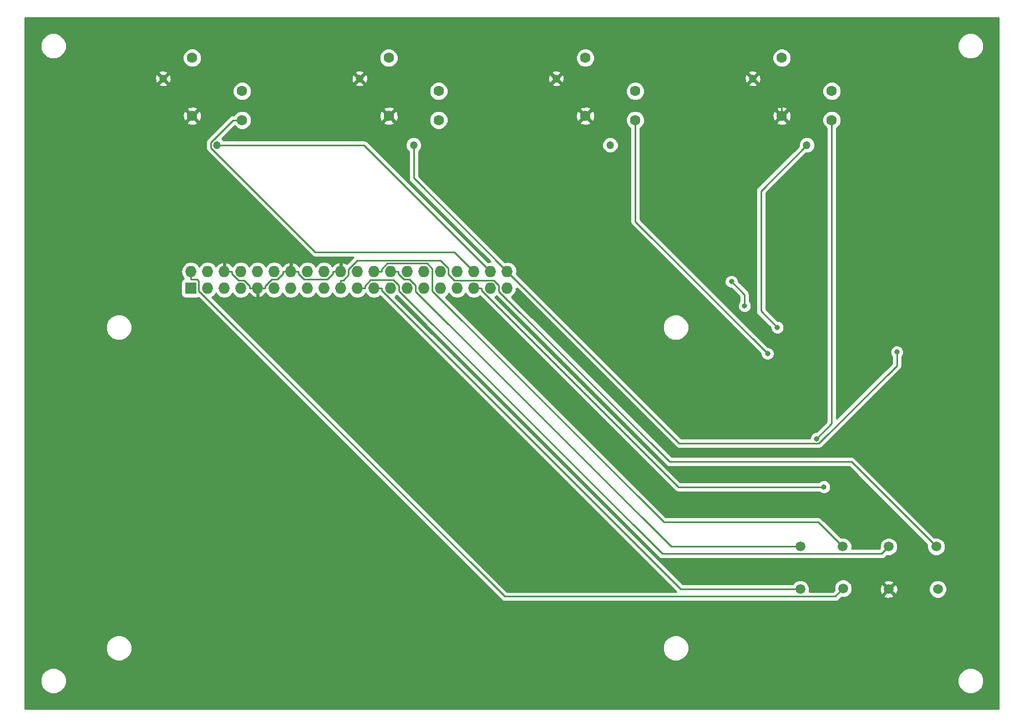
<source format=gbr>
G04 #@! TF.GenerationSoftware,KiCad,Pcbnew,(2016-12-18 revision 3ffa37c)-master*
G04 #@! TF.CreationDate,2017-03-29T20:30:54-07:00*
G04 #@! TF.ProjectId,GameshowV2,47616D6573686F7756322E6B69636164,rev?*
G04 #@! TF.FileFunction,Copper,L2,Bot,Signal*
G04 #@! TF.FilePolarity,Positive*
%FSLAX46Y46*%
G04 Gerber Fmt 4.6, Leading zero omitted, Abs format (unit mm)*
G04 Created by KiCad (PCBNEW (2016-12-18 revision 3ffa37c)-master) date Wednesday, March 29, 2017 'PMt' 08:30:54 PM*
%MOMM*%
%LPD*%
G01*
G04 APERTURE LIST*
%ADD10C,0.100000*%
%ADD11C,1.600000*%
%ADD12C,1.200000*%
%ADD13C,1.500000*%
%ADD14O,1.727200X1.727200*%
%ADD15R,1.727200X1.727200*%
%ADD16C,0.800000*%
%ADD17C,0.250000*%
%ADD18C,0.254000*%
G04 APERTURE END LIST*
D10*
D11*
X176190000Y-29810000D03*
X183810000Y-34890000D03*
X183810000Y-39335000D03*
X176190000Y-38700000D03*
D12*
X180000000Y-43150000D03*
X171750000Y-32980000D03*
D11*
X206190000Y-29810000D03*
X213810000Y-34890000D03*
X213810000Y-39335000D03*
X206190000Y-38700000D03*
D12*
X210000000Y-43150000D03*
X201750000Y-32980000D03*
D11*
X146190000Y-29810000D03*
X153810000Y-34890000D03*
X153810000Y-39335000D03*
X146190000Y-38700000D03*
D12*
X150000000Y-43150000D03*
X141750000Y-32980000D03*
D11*
X116190000Y-29810000D03*
X123810000Y-34890000D03*
X123810000Y-39335000D03*
X116190000Y-38700000D03*
D12*
X120000000Y-43150000D03*
X111750000Y-32980000D03*
D13*
X230000000Y-111000000D03*
X222500000Y-111000000D03*
X215559000Y-110876000D03*
X209000000Y-111000000D03*
X229750000Y-104500000D03*
X222500000Y-104500000D03*
X215500000Y-104500000D03*
X209000000Y-104500000D03*
D14*
X164260000Y-62460000D03*
X164260000Y-65000000D03*
X161720000Y-62460000D03*
X161720000Y-65000000D03*
X159180000Y-62460000D03*
X159180000Y-65000000D03*
X156640000Y-62460000D03*
X156640000Y-65000000D03*
X154100000Y-62460000D03*
X154100000Y-65000000D03*
X151560000Y-62460000D03*
X151560000Y-65000000D03*
X149020000Y-62460000D03*
X149020000Y-65000000D03*
X146480000Y-62460000D03*
X146480000Y-65000000D03*
X143940000Y-62460000D03*
X143940000Y-65000000D03*
X141400000Y-62460000D03*
X141400000Y-65000000D03*
X138860000Y-62460000D03*
X138860000Y-65000000D03*
X136320000Y-62460000D03*
X136320000Y-65000000D03*
X133780000Y-62460000D03*
X133780000Y-65000000D03*
X131240000Y-62460000D03*
X131240000Y-65000000D03*
X128700000Y-62460000D03*
X128700000Y-65000000D03*
X126160000Y-62460000D03*
X126160000Y-65000000D03*
X123620000Y-62460000D03*
X123620000Y-65000000D03*
X121080000Y-62460000D03*
X121080000Y-65000000D03*
X118540000Y-62460000D03*
X118540000Y-65000000D03*
X116000000Y-62460000D03*
D15*
X116000000Y-65000000D03*
D16*
X205500000Y-71000000D03*
X223747100Y-74783100D03*
X200500000Y-67725010D03*
X198500000Y-64000000D03*
X211500000Y-88000000D03*
X212606600Y-95369900D03*
X204000000Y-75000000D03*
D17*
X203000000Y-68500000D02*
X203000000Y-50150000D01*
X203000000Y-50150000D02*
X210000000Y-43150000D01*
X205500000Y-71000000D02*
X203000000Y-68500000D01*
X120000000Y-43150000D02*
X142410000Y-43150000D01*
X142410000Y-43150000D02*
X161720000Y-62460000D01*
X165123599Y-63323599D02*
X164260000Y-62460000D01*
X190525002Y-88725002D02*
X165123599Y-63323599D01*
X211848002Y-88725002D02*
X190525002Y-88725002D01*
X223747100Y-76825904D02*
X211848002Y-88725002D01*
X223747100Y-74783100D02*
X223747100Y-76825904D01*
X150000000Y-43150000D02*
X150000000Y-48200000D01*
X150000000Y-48200000D02*
X164260000Y-62460000D01*
X200500000Y-66000000D02*
X200500000Y-67159325D01*
X198500000Y-64000000D02*
X200500000Y-66000000D01*
X200500000Y-67159325D02*
X200500000Y-67725010D01*
X206190000Y-38700000D02*
X206190000Y-37420000D01*
X206190000Y-37420000D02*
X201750000Y-32980000D01*
X132428900Y-62831600D02*
X132428900Y-62460000D01*
X133246200Y-63648900D02*
X132428900Y-62831600D01*
X136853700Y-63648900D02*
X133246200Y-63648900D01*
X137671100Y-62831500D02*
X136853700Y-63648900D01*
X137671100Y-62460000D02*
X137671100Y-62831500D01*
X138860000Y-62460000D02*
X137671100Y-62460000D01*
X131240000Y-62460000D02*
X132428900Y-62460000D01*
X130051100Y-62831600D02*
X130051100Y-62460000D01*
X129233800Y-63648900D02*
X130051100Y-62831600D01*
X128328400Y-63648900D02*
X129233800Y-63648900D01*
X127348900Y-64628400D02*
X128328400Y-63648900D01*
X127348900Y-65000000D02*
X127348900Y-64628400D01*
X126160000Y-65000000D02*
X127348900Y-65000000D01*
X131240000Y-62460000D02*
X130051100Y-62460000D01*
X124971100Y-64628400D02*
X124971100Y-65000000D01*
X124153800Y-63811100D02*
X124971100Y-64628400D01*
X123248400Y-63811100D02*
X124153800Y-63811100D01*
X122268900Y-62831600D02*
X123248400Y-63811100D01*
X122268900Y-62460000D02*
X122268900Y-62831600D01*
X121080000Y-62460000D02*
X122268900Y-62460000D01*
X126160000Y-65000000D02*
X124971100Y-65000000D01*
X134980998Y-59500000D02*
X156220000Y-59500000D01*
X156220000Y-59500000D02*
X159180000Y-62460000D01*
X123810000Y-39335000D02*
X122445998Y-39335000D01*
X122445998Y-39335000D02*
X119074999Y-42705999D01*
X119074999Y-42705999D02*
X119074999Y-43594001D01*
X119074999Y-43594001D02*
X134980998Y-59500000D01*
X213810000Y-39335000D02*
X213810000Y-85690000D01*
X213810000Y-85690000D02*
X211500000Y-88000000D01*
X159180000Y-65000000D02*
X160368900Y-65000000D01*
X190367300Y-95369900D02*
X212606600Y-95369900D01*
X160368900Y-65371500D02*
X190367300Y-95369900D01*
X160368900Y-65000000D02*
X160368900Y-65371500D01*
X204000000Y-75000000D02*
X183810000Y-54810000D01*
X183810000Y-54810000D02*
X183810000Y-39335000D01*
X146480000Y-62460000D02*
X147668900Y-62460000D01*
X147668900Y-62831600D02*
X147668900Y-62460000D01*
X148486200Y-63648900D02*
X147668900Y-62831600D01*
X149372200Y-63648900D02*
X148486200Y-63648900D01*
X150290000Y-64566700D02*
X149372200Y-63648900D01*
X150290000Y-65479300D02*
X150290000Y-64566700D01*
X189310700Y-104500000D02*
X150290000Y-65479300D01*
X209000000Y-104500000D02*
X189310700Y-104500000D01*
X211752500Y-100752500D02*
X215500000Y-104500000D01*
X188171100Y-100752500D02*
X211752500Y-100752500D01*
X152830000Y-65411400D02*
X188171100Y-100752500D01*
X152830000Y-62041400D02*
X152830000Y-65411400D01*
X152016000Y-61227400D02*
X152830000Y-62041400D01*
X145990000Y-61227400D02*
X152016000Y-61227400D01*
X145128900Y-62088500D02*
X145990000Y-61227400D01*
X145128900Y-62460000D02*
X145128900Y-62088500D01*
X143940000Y-62460000D02*
X145128900Y-62460000D01*
X190757400Y-111000000D02*
X209000000Y-111000000D01*
X145128900Y-65371500D02*
X190757400Y-111000000D01*
X145128900Y-65000000D02*
X145128900Y-65371500D01*
X143940000Y-65000000D02*
X145128900Y-65000000D01*
X221414300Y-105585700D02*
X222500000Y-104500000D01*
X187921500Y-105585700D02*
X221414300Y-105585700D01*
X147750000Y-65414200D02*
X187921500Y-105585700D01*
X147750000Y-64583200D02*
X147750000Y-65414200D01*
X146929500Y-63762700D02*
X147750000Y-64583200D01*
X143454700Y-63762700D02*
X146929500Y-63762700D01*
X142588900Y-64628500D02*
X143454700Y-63762700D01*
X142588900Y-65000000D02*
X142588900Y-64628500D01*
X141400000Y-65000000D02*
X142588900Y-65000000D01*
X216794700Y-91544700D02*
X229750000Y-104500000D01*
X189055400Y-91544700D02*
X216794700Y-91544700D01*
X162990000Y-65479300D02*
X189055400Y-91544700D01*
X162990000Y-64566700D02*
X162990000Y-65479300D01*
X162234300Y-63811000D02*
X162990000Y-64566700D01*
X156197900Y-63811000D02*
X162234300Y-63811000D01*
X155289000Y-62902100D02*
X156197900Y-63811000D01*
X155289000Y-61962400D02*
X155289000Y-62902100D01*
X154103600Y-60777000D02*
X155289000Y-61962400D01*
X141387600Y-60777000D02*
X154103600Y-60777000D01*
X140048900Y-62115700D02*
X141387600Y-60777000D01*
X140048900Y-62993800D02*
X140048900Y-62115700D01*
X139231600Y-63811100D02*
X140048900Y-62993800D01*
X138860000Y-63811100D02*
X139231600Y-63811100D01*
X138860000Y-65000000D02*
X138860000Y-63811100D01*
X214312300Y-112122700D02*
X215559000Y-110876000D01*
X163916500Y-112122700D02*
X214312300Y-112122700D01*
X117188900Y-65395100D02*
X163916500Y-112122700D01*
X117188900Y-63946100D02*
X117188900Y-65395100D01*
X116891700Y-63648900D02*
X117188900Y-63946100D01*
X116000000Y-63648900D02*
X116891700Y-63648900D01*
X116000000Y-62460000D02*
X116000000Y-63648900D01*
D18*
G36*
X239290000Y-129290000D02*
X90710000Y-129290000D01*
X90710000Y-125393109D01*
X93014657Y-125393109D01*
X93316218Y-126122943D01*
X93874120Y-126681819D01*
X94603427Y-126984654D01*
X95393109Y-126985343D01*
X96122943Y-126683782D01*
X96681819Y-126125880D01*
X96984654Y-125396573D01*
X96984657Y-125393109D01*
X233014657Y-125393109D01*
X233316218Y-126122943D01*
X233874120Y-126681819D01*
X234603427Y-126984654D01*
X235393109Y-126985343D01*
X236122943Y-126683782D01*
X236681819Y-126125880D01*
X236984654Y-125396573D01*
X236985343Y-124606891D01*
X236683782Y-123877057D01*
X236125880Y-123318181D01*
X235396573Y-123015346D01*
X234606891Y-123014657D01*
X233877057Y-123316218D01*
X233318181Y-123874120D01*
X233015346Y-124603427D01*
X233014657Y-125393109D01*
X96984657Y-125393109D01*
X96985343Y-124606891D01*
X96683782Y-123877057D01*
X96125880Y-123318181D01*
X95396573Y-123015346D01*
X94606891Y-123014657D01*
X93877057Y-123316218D01*
X93318181Y-123874120D01*
X93015346Y-124603427D01*
X93014657Y-125393109D01*
X90710000Y-125393109D01*
X90710000Y-120393109D01*
X103014657Y-120393109D01*
X103316218Y-121122943D01*
X103874120Y-121681819D01*
X104603427Y-121984654D01*
X105393109Y-121985343D01*
X106122943Y-121683782D01*
X106681819Y-121125880D01*
X106984654Y-120396573D01*
X106984657Y-120393109D01*
X188014657Y-120393109D01*
X188316218Y-121122943D01*
X188874120Y-121681819D01*
X189603427Y-121984654D01*
X190393109Y-121985343D01*
X191122943Y-121683782D01*
X191681819Y-121125880D01*
X191984654Y-120396573D01*
X191985343Y-119606891D01*
X191683782Y-118877057D01*
X191125880Y-118318181D01*
X190396573Y-118015346D01*
X189606891Y-118014657D01*
X188877057Y-118316218D01*
X188318181Y-118874120D01*
X188015346Y-119603427D01*
X188014657Y-120393109D01*
X106984657Y-120393109D01*
X106985343Y-119606891D01*
X106683782Y-118877057D01*
X106125880Y-118318181D01*
X105396573Y-118015346D01*
X104606891Y-118014657D01*
X103877057Y-118316218D01*
X103318181Y-118874120D01*
X103015346Y-119603427D01*
X103014657Y-120393109D01*
X90710000Y-120393109D01*
X90710000Y-71393109D01*
X103014657Y-71393109D01*
X103316218Y-72122943D01*
X103874120Y-72681819D01*
X104603427Y-72984654D01*
X105393109Y-72985343D01*
X106122943Y-72683782D01*
X106681819Y-72125880D01*
X106984654Y-71396573D01*
X106985343Y-70606891D01*
X106683782Y-69877057D01*
X106125880Y-69318181D01*
X105396573Y-69015346D01*
X104606891Y-69014657D01*
X103877057Y-69316218D01*
X103318181Y-69874120D01*
X103015346Y-70603427D01*
X103014657Y-71393109D01*
X90710000Y-71393109D01*
X90710000Y-64136400D01*
X114488960Y-64136400D01*
X114488960Y-65863600D01*
X114538243Y-66111365D01*
X114678591Y-66321409D01*
X114888635Y-66461757D01*
X115136400Y-66511040D01*
X116863600Y-66511040D01*
X117111365Y-66461757D01*
X117152961Y-66433963D01*
X163379099Y-112660101D01*
X163625661Y-112824848D01*
X163916500Y-112882700D01*
X214312300Y-112882700D01*
X214603139Y-112824848D01*
X214849701Y-112660101D01*
X215258800Y-112251002D01*
X215282298Y-112260759D01*
X215833285Y-112261240D01*
X216342515Y-112050831D01*
X216421967Y-111971517D01*
X221708088Y-111971517D01*
X221776077Y-112212460D01*
X222295171Y-112397201D01*
X222845448Y-112369230D01*
X223223923Y-112212460D01*
X223291912Y-111971517D01*
X222500000Y-111179605D01*
X221708088Y-111971517D01*
X216421967Y-111971517D01*
X216732461Y-111661564D01*
X216943759Y-111152702D01*
X216944071Y-110795171D01*
X221102799Y-110795171D01*
X221130770Y-111345448D01*
X221287540Y-111723923D01*
X221528483Y-111791912D01*
X222320395Y-111000000D01*
X222679605Y-111000000D01*
X223471517Y-111791912D01*
X223712460Y-111723923D01*
X223872482Y-111274285D01*
X228614760Y-111274285D01*
X228825169Y-111783515D01*
X229214436Y-112173461D01*
X229723298Y-112384759D01*
X230274285Y-112385240D01*
X230783515Y-112174831D01*
X231173461Y-111785564D01*
X231384759Y-111276702D01*
X231385240Y-110725715D01*
X231174831Y-110216485D01*
X230785564Y-109826539D01*
X230276702Y-109615241D01*
X229725715Y-109614760D01*
X229216485Y-109825169D01*
X228826539Y-110214436D01*
X228615241Y-110723298D01*
X228614760Y-111274285D01*
X223872482Y-111274285D01*
X223897201Y-111204829D01*
X223869230Y-110654552D01*
X223712460Y-110276077D01*
X223471517Y-110208088D01*
X222679605Y-111000000D01*
X222320395Y-111000000D01*
X221528483Y-110208088D01*
X221287540Y-110276077D01*
X221102799Y-110795171D01*
X216944071Y-110795171D01*
X216944240Y-110601715D01*
X216733831Y-110092485D01*
X216669941Y-110028483D01*
X221708088Y-110028483D01*
X222500000Y-110820395D01*
X223291912Y-110028483D01*
X223223923Y-109787540D01*
X222704829Y-109602799D01*
X222154552Y-109630770D01*
X221776077Y-109787540D01*
X221708088Y-110028483D01*
X216669941Y-110028483D01*
X216344564Y-109702539D01*
X215835702Y-109491241D01*
X215284715Y-109490760D01*
X214775485Y-109701169D01*
X214385539Y-110090436D01*
X214174241Y-110599298D01*
X214173760Y-111150285D01*
X214184330Y-111175868D01*
X213997498Y-111362700D01*
X210349050Y-111362700D01*
X210384759Y-111276702D01*
X210385240Y-110725715D01*
X210174831Y-110216485D01*
X209785564Y-109826539D01*
X209276702Y-109615241D01*
X208725715Y-109614760D01*
X208216485Y-109825169D01*
X207826539Y-110214436D01*
X207815924Y-110240000D01*
X191072202Y-110240000D01*
X147155910Y-66323708D01*
X147254947Y-66282688D01*
X147405901Y-66144903D01*
X187384099Y-106123101D01*
X187630661Y-106287848D01*
X187921500Y-106345700D01*
X221414300Y-106345700D01*
X221705139Y-106287848D01*
X221951701Y-106123101D01*
X222199800Y-105875002D01*
X222223298Y-105884759D01*
X222774285Y-105885240D01*
X223283515Y-105674831D01*
X223673461Y-105285564D01*
X223884759Y-104776702D01*
X223885240Y-104225715D01*
X223674831Y-103716485D01*
X223285564Y-103326539D01*
X222776702Y-103115241D01*
X222225715Y-103114760D01*
X221716485Y-103325169D01*
X221326539Y-103714436D01*
X221115241Y-104223298D01*
X221114760Y-104774285D01*
X221125330Y-104799868D01*
X221099498Y-104825700D01*
X216864413Y-104825700D01*
X216884759Y-104776702D01*
X216885240Y-104225715D01*
X216674831Y-103716485D01*
X216285564Y-103326539D01*
X215776702Y-103115241D01*
X215225715Y-103114760D01*
X215200132Y-103125330D01*
X212289901Y-100215099D01*
X212043339Y-100050352D01*
X211752500Y-99992500D01*
X188485902Y-99992500D01*
X154813641Y-66320239D01*
X155159670Y-66089029D01*
X155370000Y-65774248D01*
X155580330Y-66089029D01*
X156066511Y-66413885D01*
X156640000Y-66527959D01*
X157213489Y-66413885D01*
X157699670Y-66089029D01*
X157910000Y-65774248D01*
X158120330Y-66089029D01*
X158606511Y-66413885D01*
X159180000Y-66527959D01*
X159753489Y-66413885D01*
X160102968Y-66180370D01*
X189829899Y-95907301D01*
X190076461Y-96072048D01*
X190367300Y-96129900D01*
X211902839Y-96129900D01*
X212019554Y-96246819D01*
X212399823Y-96404720D01*
X212811571Y-96405079D01*
X213192115Y-96247842D01*
X213483519Y-95956946D01*
X213641420Y-95576677D01*
X213641779Y-95164929D01*
X213484542Y-94784385D01*
X213193646Y-94492981D01*
X212813377Y-94335080D01*
X212401629Y-94334721D01*
X212021085Y-94491958D01*
X211902937Y-94609900D01*
X190682102Y-94609900D01*
X162408943Y-66336741D01*
X162626963Y-66191065D01*
X188517999Y-92082101D01*
X188764560Y-92246848D01*
X189055400Y-92304700D01*
X216479898Y-92304700D01*
X228374998Y-104199800D01*
X228365241Y-104223298D01*
X228364760Y-104774285D01*
X228575169Y-105283515D01*
X228964436Y-105673461D01*
X229473298Y-105884759D01*
X230024285Y-105885240D01*
X230533515Y-105674831D01*
X230923461Y-105285564D01*
X231134759Y-104776702D01*
X231135240Y-104225715D01*
X230924831Y-103716485D01*
X230535564Y-103326539D01*
X230026702Y-103115241D01*
X229475715Y-103114760D01*
X229450132Y-103125330D01*
X217332101Y-91007299D01*
X217085539Y-90842552D01*
X216794700Y-90784700D01*
X189370202Y-90784700D01*
X164917030Y-66331528D01*
X165034947Y-66282688D01*
X165466821Y-65888490D01*
X165714968Y-65359027D01*
X165594470Y-65127002D01*
X165758600Y-65127002D01*
X165758600Y-65033402D01*
X189987601Y-89262403D01*
X190234163Y-89427150D01*
X190525002Y-89485002D01*
X211848002Y-89485002D01*
X212138841Y-89427150D01*
X212385403Y-89262403D01*
X224284501Y-77363305D01*
X224449248Y-77116743D01*
X224507100Y-76825904D01*
X224507100Y-75486861D01*
X224624019Y-75370146D01*
X224781920Y-74989877D01*
X224782279Y-74578129D01*
X224625042Y-74197585D01*
X224334146Y-73906181D01*
X223953877Y-73748280D01*
X223542129Y-73747921D01*
X223161585Y-73905158D01*
X222870181Y-74196054D01*
X222712280Y-74576323D01*
X222711921Y-74988071D01*
X222869158Y-75368615D01*
X222987100Y-75486763D01*
X222987100Y-76511102D01*
X214570000Y-84928202D01*
X214570000Y-40573646D01*
X214621800Y-40552243D01*
X215025824Y-40148923D01*
X215244750Y-39621691D01*
X215245248Y-39050813D01*
X215027243Y-38523200D01*
X214623923Y-38119176D01*
X214096691Y-37900250D01*
X213525813Y-37899752D01*
X212998200Y-38117757D01*
X212594176Y-38521077D01*
X212375250Y-39048309D01*
X212374752Y-39619187D01*
X212592757Y-40146800D01*
X212996077Y-40550824D01*
X213050000Y-40573215D01*
X213050000Y-85375198D01*
X211460233Y-86964965D01*
X211295029Y-86964821D01*
X210914485Y-87122058D01*
X210623081Y-87412954D01*
X210465180Y-87793223D01*
X210465030Y-87965002D01*
X190839804Y-87965002D01*
X174267911Y-71393109D01*
X188014657Y-71393109D01*
X188316218Y-72122943D01*
X188874120Y-72681819D01*
X189603427Y-72984654D01*
X190393109Y-72985343D01*
X191122943Y-72683782D01*
X191681819Y-72125880D01*
X191984654Y-71396573D01*
X191985343Y-70606891D01*
X191683782Y-69877057D01*
X191125880Y-69318181D01*
X190396573Y-69015346D01*
X189606891Y-69014657D01*
X188877057Y-69316218D01*
X188318181Y-69874120D01*
X188015346Y-70603427D01*
X188014657Y-71393109D01*
X174267911Y-71393109D01*
X165693158Y-62818356D01*
X165758600Y-62489359D01*
X165758600Y-62430641D01*
X165644526Y-61857152D01*
X165319670Y-61370971D01*
X164833489Y-61046115D01*
X164260000Y-60932041D01*
X163882027Y-61007225D01*
X150760000Y-47885198D01*
X150760000Y-44136356D01*
X151046371Y-43850485D01*
X151234785Y-43396734D01*
X151234786Y-43394579D01*
X178764786Y-43394579D01*
X178952408Y-43848657D01*
X179299515Y-44196371D01*
X179753266Y-44384785D01*
X180244579Y-44385214D01*
X180698657Y-44197592D01*
X181046371Y-43850485D01*
X181234785Y-43396734D01*
X181235214Y-42905421D01*
X181047592Y-42451343D01*
X180700485Y-42103629D01*
X180246734Y-41915215D01*
X179755421Y-41914786D01*
X179301343Y-42102408D01*
X178953629Y-42449515D01*
X178765215Y-42903266D01*
X178764786Y-43394579D01*
X151234786Y-43394579D01*
X151235214Y-42905421D01*
X151047592Y-42451343D01*
X150700485Y-42103629D01*
X150246734Y-41915215D01*
X149755421Y-41914786D01*
X149301343Y-42102408D01*
X148953629Y-42449515D01*
X148765215Y-42903266D01*
X148764786Y-43394579D01*
X148952408Y-43848657D01*
X149240000Y-44136752D01*
X149240000Y-48200000D01*
X149297852Y-48490839D01*
X149462599Y-48737401D01*
X161667652Y-60942454D01*
X161342027Y-61007225D01*
X142947401Y-42612599D01*
X142700839Y-42447852D01*
X142410000Y-42390000D01*
X120986356Y-42390000D01*
X120726306Y-42129495D01*
X122650828Y-40204973D01*
X122996077Y-40550824D01*
X123523309Y-40769750D01*
X124094187Y-40770248D01*
X124621800Y-40552243D01*
X125025824Y-40148923D01*
X125209017Y-39707745D01*
X145361861Y-39707745D01*
X145435995Y-39953864D01*
X145973223Y-40146965D01*
X146543454Y-40119778D01*
X146944005Y-39953864D01*
X147018139Y-39707745D01*
X146929582Y-39619187D01*
X152374752Y-39619187D01*
X152592757Y-40146800D01*
X152996077Y-40550824D01*
X153523309Y-40769750D01*
X154094187Y-40770248D01*
X154621800Y-40552243D01*
X155025824Y-40148923D01*
X155209017Y-39707745D01*
X175361861Y-39707745D01*
X175435995Y-39953864D01*
X175973223Y-40146965D01*
X176543454Y-40119778D01*
X176944005Y-39953864D01*
X177018139Y-39707745D01*
X176929582Y-39619187D01*
X182374752Y-39619187D01*
X182592757Y-40146800D01*
X182996077Y-40550824D01*
X183050000Y-40573215D01*
X183050000Y-54810000D01*
X183107852Y-55100839D01*
X183272599Y-55347401D01*
X202964965Y-75039767D01*
X202964821Y-75204971D01*
X203122058Y-75585515D01*
X203412954Y-75876919D01*
X203793223Y-76034820D01*
X204204971Y-76035179D01*
X204585515Y-75877942D01*
X204876919Y-75587046D01*
X205034820Y-75206777D01*
X205035179Y-74795029D01*
X204877942Y-74414485D01*
X204587046Y-74123081D01*
X204206777Y-73965180D01*
X204039836Y-73965034D01*
X194279773Y-64204971D01*
X197464821Y-64204971D01*
X197622058Y-64585515D01*
X197912954Y-64876919D01*
X198293223Y-65034820D01*
X198460164Y-65034966D01*
X199740000Y-66314802D01*
X199740000Y-67021249D01*
X199623081Y-67137964D01*
X199465180Y-67518233D01*
X199464821Y-67929981D01*
X199622058Y-68310525D01*
X199912954Y-68601929D01*
X200293223Y-68759830D01*
X200704971Y-68760189D01*
X201085515Y-68602952D01*
X201376919Y-68312056D01*
X201534820Y-67931787D01*
X201535179Y-67520039D01*
X201377942Y-67139495D01*
X201260000Y-67021347D01*
X201260000Y-66000000D01*
X201202148Y-65709161D01*
X201037401Y-65462599D01*
X199535035Y-63960233D01*
X199535179Y-63795029D01*
X199377942Y-63414485D01*
X199087046Y-63123081D01*
X198706777Y-62965180D01*
X198295029Y-62964821D01*
X197914485Y-63122058D01*
X197623081Y-63412954D01*
X197465180Y-63793223D01*
X197464821Y-64204971D01*
X194279773Y-64204971D01*
X184570000Y-54495198D01*
X184570000Y-50150000D01*
X202240000Y-50150000D01*
X202240000Y-68500000D01*
X202297852Y-68790839D01*
X202462599Y-69037401D01*
X204464965Y-71039767D01*
X204464821Y-71204971D01*
X204622058Y-71585515D01*
X204912954Y-71876919D01*
X205293223Y-72034820D01*
X205704971Y-72035179D01*
X206085515Y-71877942D01*
X206376919Y-71587046D01*
X206534820Y-71206777D01*
X206535179Y-70795029D01*
X206377942Y-70414485D01*
X206087046Y-70123081D01*
X205706777Y-69965180D01*
X205539836Y-69965034D01*
X203760000Y-68185198D01*
X203760000Y-50464802D01*
X209839941Y-44384861D01*
X210244579Y-44385214D01*
X210698657Y-44197592D01*
X211046371Y-43850485D01*
X211234785Y-43396734D01*
X211235214Y-42905421D01*
X211047592Y-42451343D01*
X210700485Y-42103629D01*
X210246734Y-41915215D01*
X209755421Y-41914786D01*
X209301343Y-42102408D01*
X208953629Y-42449515D01*
X208765215Y-42903266D01*
X208764860Y-43310338D01*
X202462599Y-49612599D01*
X202297852Y-49859161D01*
X202240000Y-50150000D01*
X184570000Y-50150000D01*
X184570000Y-40573646D01*
X184621800Y-40552243D01*
X185025824Y-40148923D01*
X185209017Y-39707745D01*
X205361861Y-39707745D01*
X205435995Y-39953864D01*
X205973223Y-40146965D01*
X206543454Y-40119778D01*
X206944005Y-39953864D01*
X207018139Y-39707745D01*
X206190000Y-38879605D01*
X205361861Y-39707745D01*
X185209017Y-39707745D01*
X185244750Y-39621691D01*
X185245248Y-39050813D01*
X185027243Y-38523200D01*
X184987336Y-38483223D01*
X204743035Y-38483223D01*
X204770222Y-39053454D01*
X204936136Y-39454005D01*
X205182255Y-39528139D01*
X206010395Y-38700000D01*
X206369605Y-38700000D01*
X207197745Y-39528139D01*
X207443864Y-39454005D01*
X207636965Y-38916777D01*
X207609778Y-38346546D01*
X207443864Y-37945995D01*
X207197745Y-37871861D01*
X206369605Y-38700000D01*
X206010395Y-38700000D01*
X205182255Y-37871861D01*
X204936136Y-37945995D01*
X204743035Y-38483223D01*
X184987336Y-38483223D01*
X184623923Y-38119176D01*
X184096691Y-37900250D01*
X183525813Y-37899752D01*
X182998200Y-38117757D01*
X182594176Y-38521077D01*
X182375250Y-39048309D01*
X182374752Y-39619187D01*
X176929582Y-39619187D01*
X176190000Y-38879605D01*
X175361861Y-39707745D01*
X155209017Y-39707745D01*
X155244750Y-39621691D01*
X155245248Y-39050813D01*
X155027243Y-38523200D01*
X154987336Y-38483223D01*
X174743035Y-38483223D01*
X174770222Y-39053454D01*
X174936136Y-39454005D01*
X175182255Y-39528139D01*
X176010395Y-38700000D01*
X176369605Y-38700000D01*
X177197745Y-39528139D01*
X177443864Y-39454005D01*
X177636965Y-38916777D01*
X177609778Y-38346546D01*
X177443864Y-37945995D01*
X177197745Y-37871861D01*
X176369605Y-38700000D01*
X176010395Y-38700000D01*
X175182255Y-37871861D01*
X174936136Y-37945995D01*
X174743035Y-38483223D01*
X154987336Y-38483223D01*
X154623923Y-38119176D01*
X154096691Y-37900250D01*
X153525813Y-37899752D01*
X152998200Y-38117757D01*
X152594176Y-38521077D01*
X152375250Y-39048309D01*
X152374752Y-39619187D01*
X146929582Y-39619187D01*
X146190000Y-38879605D01*
X145361861Y-39707745D01*
X125209017Y-39707745D01*
X125244750Y-39621691D01*
X125245248Y-39050813D01*
X125027243Y-38523200D01*
X124987336Y-38483223D01*
X144743035Y-38483223D01*
X144770222Y-39053454D01*
X144936136Y-39454005D01*
X145182255Y-39528139D01*
X146010395Y-38700000D01*
X146369605Y-38700000D01*
X147197745Y-39528139D01*
X147443864Y-39454005D01*
X147636965Y-38916777D01*
X147609778Y-38346546D01*
X147443864Y-37945995D01*
X147197745Y-37871861D01*
X146369605Y-38700000D01*
X146010395Y-38700000D01*
X145182255Y-37871861D01*
X144936136Y-37945995D01*
X144743035Y-38483223D01*
X124987336Y-38483223D01*
X124623923Y-38119176D01*
X124096691Y-37900250D01*
X123525813Y-37899752D01*
X122998200Y-38117757D01*
X122594176Y-38521077D01*
X122571785Y-38575000D01*
X122445998Y-38575000D01*
X122155159Y-38632852D01*
X121908597Y-38797598D01*
X118537598Y-42168598D01*
X118372851Y-42415160D01*
X118314999Y-42705999D01*
X118314999Y-43594001D01*
X118372851Y-43884840D01*
X118537598Y-44131402D01*
X134443597Y-60037402D01*
X134690159Y-60202148D01*
X134980998Y-60260000D01*
X140829798Y-60260000D01*
X139780046Y-61309752D01*
X139634947Y-61177312D01*
X139219026Y-61005042D01*
X138987000Y-61126183D01*
X138987000Y-62333000D01*
X139007000Y-62333000D01*
X139007000Y-62587000D01*
X138987000Y-62587000D01*
X138987000Y-62607000D01*
X138733000Y-62607000D01*
X138733000Y-62587000D01*
X138713000Y-62587000D01*
X138713000Y-62333000D01*
X138733000Y-62333000D01*
X138733000Y-61126183D01*
X138500974Y-61005042D01*
X138085053Y-61177312D01*
X137653179Y-61571510D01*
X137595664Y-61694228D01*
X137379670Y-61370971D01*
X136893489Y-61046115D01*
X136320000Y-60932041D01*
X135746511Y-61046115D01*
X135260330Y-61370971D01*
X135050000Y-61685752D01*
X134839670Y-61370971D01*
X134353489Y-61046115D01*
X133780000Y-60932041D01*
X133206511Y-61046115D01*
X132720330Y-61370971D01*
X132504336Y-61694228D01*
X132446821Y-61571510D01*
X132014947Y-61177312D01*
X131599026Y-61005042D01*
X131367000Y-61126183D01*
X131367000Y-62333000D01*
X131387000Y-62333000D01*
X131387000Y-62587000D01*
X131367000Y-62587000D01*
X131367000Y-62607000D01*
X131113000Y-62607000D01*
X131113000Y-62587000D01*
X131093000Y-62587000D01*
X131093000Y-62333000D01*
X131113000Y-62333000D01*
X131113000Y-61126183D01*
X130880974Y-61005042D01*
X130465053Y-61177312D01*
X130033179Y-61571510D01*
X129975664Y-61694228D01*
X129759670Y-61370971D01*
X129273489Y-61046115D01*
X128700000Y-60932041D01*
X128126511Y-61046115D01*
X127640330Y-61370971D01*
X127430000Y-61685752D01*
X127219670Y-61370971D01*
X126733489Y-61046115D01*
X126160000Y-60932041D01*
X125586511Y-61046115D01*
X125100330Y-61370971D01*
X124890000Y-61685752D01*
X124679670Y-61370971D01*
X124193489Y-61046115D01*
X123620000Y-60932041D01*
X123046511Y-61046115D01*
X122560330Y-61370971D01*
X122344336Y-61694228D01*
X122286821Y-61571510D01*
X121854947Y-61177312D01*
X121439026Y-61005042D01*
X121207000Y-61126183D01*
X121207000Y-62333000D01*
X121227000Y-62333000D01*
X121227000Y-62587000D01*
X121207000Y-62587000D01*
X121207000Y-62607000D01*
X120953000Y-62607000D01*
X120953000Y-62587000D01*
X120933000Y-62587000D01*
X120933000Y-62333000D01*
X120953000Y-62333000D01*
X120953000Y-61126183D01*
X120720974Y-61005042D01*
X120305053Y-61177312D01*
X119873179Y-61571510D01*
X119815664Y-61694228D01*
X119599670Y-61370971D01*
X119113489Y-61046115D01*
X118540000Y-60932041D01*
X117966511Y-61046115D01*
X117480330Y-61370971D01*
X117270000Y-61685752D01*
X117059670Y-61370971D01*
X116573489Y-61046115D01*
X116000000Y-60932041D01*
X115426511Y-61046115D01*
X114940330Y-61370971D01*
X114615474Y-61857152D01*
X114501400Y-62430641D01*
X114501400Y-62489359D01*
X114615474Y-63062848D01*
X114927904Y-63530432D01*
X114888635Y-63538243D01*
X114678591Y-63678591D01*
X114538243Y-63888635D01*
X114488960Y-64136400D01*
X90710000Y-64136400D01*
X90710000Y-39707745D01*
X115361861Y-39707745D01*
X115435995Y-39953864D01*
X115973223Y-40146965D01*
X116543454Y-40119778D01*
X116944005Y-39953864D01*
X117018139Y-39707745D01*
X116190000Y-38879605D01*
X115361861Y-39707745D01*
X90710000Y-39707745D01*
X90710000Y-38483223D01*
X114743035Y-38483223D01*
X114770222Y-39053454D01*
X114936136Y-39454005D01*
X115182255Y-39528139D01*
X116010395Y-38700000D01*
X116369605Y-38700000D01*
X117197745Y-39528139D01*
X117443864Y-39454005D01*
X117636965Y-38916777D01*
X117609778Y-38346546D01*
X117443864Y-37945995D01*
X117197745Y-37871861D01*
X116369605Y-38700000D01*
X116010395Y-38700000D01*
X115182255Y-37871861D01*
X114936136Y-37945995D01*
X114743035Y-38483223D01*
X90710000Y-38483223D01*
X90710000Y-37692255D01*
X115361861Y-37692255D01*
X116190000Y-38520395D01*
X117018139Y-37692255D01*
X145361861Y-37692255D01*
X146190000Y-38520395D01*
X147018139Y-37692255D01*
X175361861Y-37692255D01*
X176190000Y-38520395D01*
X177018139Y-37692255D01*
X205361861Y-37692255D01*
X206190000Y-38520395D01*
X207018139Y-37692255D01*
X206944005Y-37446136D01*
X206406777Y-37253035D01*
X205836546Y-37280222D01*
X205435995Y-37446136D01*
X205361861Y-37692255D01*
X177018139Y-37692255D01*
X176944005Y-37446136D01*
X176406777Y-37253035D01*
X175836546Y-37280222D01*
X175435995Y-37446136D01*
X175361861Y-37692255D01*
X147018139Y-37692255D01*
X146944005Y-37446136D01*
X146406777Y-37253035D01*
X145836546Y-37280222D01*
X145435995Y-37446136D01*
X145361861Y-37692255D01*
X117018139Y-37692255D01*
X116944005Y-37446136D01*
X116406777Y-37253035D01*
X115836546Y-37280222D01*
X115435995Y-37446136D01*
X115361861Y-37692255D01*
X90710000Y-37692255D01*
X90710000Y-35174187D01*
X122374752Y-35174187D01*
X122592757Y-35701800D01*
X122996077Y-36105824D01*
X123523309Y-36324750D01*
X124094187Y-36325248D01*
X124621800Y-36107243D01*
X125025824Y-35703923D01*
X125244750Y-35176691D01*
X125244752Y-35174187D01*
X152374752Y-35174187D01*
X152592757Y-35701800D01*
X152996077Y-36105824D01*
X153523309Y-36324750D01*
X154094187Y-36325248D01*
X154621800Y-36107243D01*
X155025824Y-35703923D01*
X155244750Y-35176691D01*
X155244752Y-35174187D01*
X182374752Y-35174187D01*
X182592757Y-35701800D01*
X182996077Y-36105824D01*
X183523309Y-36324750D01*
X184094187Y-36325248D01*
X184621800Y-36107243D01*
X185025824Y-35703923D01*
X185244750Y-35176691D01*
X185244752Y-35174187D01*
X212374752Y-35174187D01*
X212592757Y-35701800D01*
X212996077Y-36105824D01*
X213523309Y-36324750D01*
X214094187Y-36325248D01*
X214621800Y-36107243D01*
X215025824Y-35703923D01*
X215244750Y-35176691D01*
X215245248Y-34605813D01*
X215027243Y-34078200D01*
X214623923Y-33674176D01*
X214096691Y-33455250D01*
X213525813Y-33454752D01*
X212998200Y-33672757D01*
X212594176Y-34076077D01*
X212375250Y-34603309D01*
X212374752Y-35174187D01*
X185244752Y-35174187D01*
X185245248Y-34605813D01*
X185027243Y-34078200D01*
X184792189Y-33842735D01*
X201066870Y-33842735D01*
X201116383Y-34068164D01*
X201581036Y-34227807D01*
X202071413Y-34197482D01*
X202383617Y-34068164D01*
X202433130Y-33842735D01*
X201750000Y-33159605D01*
X201066870Y-33842735D01*
X184792189Y-33842735D01*
X184623923Y-33674176D01*
X184096691Y-33455250D01*
X183525813Y-33454752D01*
X182998200Y-33672757D01*
X182594176Y-34076077D01*
X182375250Y-34603309D01*
X182374752Y-35174187D01*
X155244752Y-35174187D01*
X155245248Y-34605813D01*
X155027243Y-34078200D01*
X154792189Y-33842735D01*
X171066870Y-33842735D01*
X171116383Y-34068164D01*
X171581036Y-34227807D01*
X172071413Y-34197482D01*
X172383617Y-34068164D01*
X172433130Y-33842735D01*
X171750000Y-33159605D01*
X171066870Y-33842735D01*
X154792189Y-33842735D01*
X154623923Y-33674176D01*
X154096691Y-33455250D01*
X153525813Y-33454752D01*
X152998200Y-33672757D01*
X152594176Y-34076077D01*
X152375250Y-34603309D01*
X152374752Y-35174187D01*
X125244752Y-35174187D01*
X125245248Y-34605813D01*
X125027243Y-34078200D01*
X124792189Y-33842735D01*
X141066870Y-33842735D01*
X141116383Y-34068164D01*
X141581036Y-34227807D01*
X142071413Y-34197482D01*
X142383617Y-34068164D01*
X142433130Y-33842735D01*
X141750000Y-33159605D01*
X141066870Y-33842735D01*
X124792189Y-33842735D01*
X124623923Y-33674176D01*
X124096691Y-33455250D01*
X123525813Y-33454752D01*
X122998200Y-33672757D01*
X122594176Y-34076077D01*
X122375250Y-34603309D01*
X122374752Y-35174187D01*
X90710000Y-35174187D01*
X90710000Y-33842735D01*
X111066870Y-33842735D01*
X111116383Y-34068164D01*
X111581036Y-34227807D01*
X112071413Y-34197482D01*
X112383617Y-34068164D01*
X112433130Y-33842735D01*
X111750000Y-33159605D01*
X111066870Y-33842735D01*
X90710000Y-33842735D01*
X90710000Y-32811036D01*
X110502193Y-32811036D01*
X110532518Y-33301413D01*
X110661836Y-33613617D01*
X110887265Y-33663130D01*
X111570395Y-32980000D01*
X111929605Y-32980000D01*
X112612735Y-33663130D01*
X112838164Y-33613617D01*
X112997807Y-33148964D01*
X112976910Y-32811036D01*
X140502193Y-32811036D01*
X140532518Y-33301413D01*
X140661836Y-33613617D01*
X140887265Y-33663130D01*
X141570395Y-32980000D01*
X141929605Y-32980000D01*
X142612735Y-33663130D01*
X142838164Y-33613617D01*
X142997807Y-33148964D01*
X142976910Y-32811036D01*
X170502193Y-32811036D01*
X170532518Y-33301413D01*
X170661836Y-33613617D01*
X170887265Y-33663130D01*
X171570395Y-32980000D01*
X171929605Y-32980000D01*
X172612735Y-33663130D01*
X172838164Y-33613617D01*
X172997807Y-33148964D01*
X172976910Y-32811036D01*
X200502193Y-32811036D01*
X200532518Y-33301413D01*
X200661836Y-33613617D01*
X200887265Y-33663130D01*
X201570395Y-32980000D01*
X201929605Y-32980000D01*
X202612735Y-33663130D01*
X202838164Y-33613617D01*
X202997807Y-33148964D01*
X202967482Y-32658587D01*
X202838164Y-32346383D01*
X202612735Y-32296870D01*
X201929605Y-32980000D01*
X201570395Y-32980000D01*
X200887265Y-32296870D01*
X200661836Y-32346383D01*
X200502193Y-32811036D01*
X172976910Y-32811036D01*
X172967482Y-32658587D01*
X172838164Y-32346383D01*
X172612735Y-32296870D01*
X171929605Y-32980000D01*
X171570395Y-32980000D01*
X170887265Y-32296870D01*
X170661836Y-32346383D01*
X170502193Y-32811036D01*
X142976910Y-32811036D01*
X142967482Y-32658587D01*
X142838164Y-32346383D01*
X142612735Y-32296870D01*
X141929605Y-32980000D01*
X141570395Y-32980000D01*
X140887265Y-32296870D01*
X140661836Y-32346383D01*
X140502193Y-32811036D01*
X112976910Y-32811036D01*
X112967482Y-32658587D01*
X112838164Y-32346383D01*
X112612735Y-32296870D01*
X111929605Y-32980000D01*
X111570395Y-32980000D01*
X110887265Y-32296870D01*
X110661836Y-32346383D01*
X110502193Y-32811036D01*
X90710000Y-32811036D01*
X90710000Y-32117265D01*
X111066870Y-32117265D01*
X111750000Y-32800395D01*
X112433130Y-32117265D01*
X141066870Y-32117265D01*
X141750000Y-32800395D01*
X142433130Y-32117265D01*
X171066870Y-32117265D01*
X171750000Y-32800395D01*
X172433130Y-32117265D01*
X201066870Y-32117265D01*
X201750000Y-32800395D01*
X202433130Y-32117265D01*
X202383617Y-31891836D01*
X201918964Y-31732193D01*
X201428587Y-31762518D01*
X201116383Y-31891836D01*
X201066870Y-32117265D01*
X172433130Y-32117265D01*
X172383617Y-31891836D01*
X171918964Y-31732193D01*
X171428587Y-31762518D01*
X171116383Y-31891836D01*
X171066870Y-32117265D01*
X142433130Y-32117265D01*
X142383617Y-31891836D01*
X141918964Y-31732193D01*
X141428587Y-31762518D01*
X141116383Y-31891836D01*
X141066870Y-32117265D01*
X112433130Y-32117265D01*
X112383617Y-31891836D01*
X111918964Y-31732193D01*
X111428587Y-31762518D01*
X111116383Y-31891836D01*
X111066870Y-32117265D01*
X90710000Y-32117265D01*
X90710000Y-30094187D01*
X114754752Y-30094187D01*
X114972757Y-30621800D01*
X115376077Y-31025824D01*
X115903309Y-31244750D01*
X116474187Y-31245248D01*
X117001800Y-31027243D01*
X117405824Y-30623923D01*
X117624750Y-30096691D01*
X117624752Y-30094187D01*
X144754752Y-30094187D01*
X144972757Y-30621800D01*
X145376077Y-31025824D01*
X145903309Y-31244750D01*
X146474187Y-31245248D01*
X147001800Y-31027243D01*
X147405824Y-30623923D01*
X147624750Y-30096691D01*
X147624752Y-30094187D01*
X174754752Y-30094187D01*
X174972757Y-30621800D01*
X175376077Y-31025824D01*
X175903309Y-31244750D01*
X176474187Y-31245248D01*
X177001800Y-31027243D01*
X177405824Y-30623923D01*
X177624750Y-30096691D01*
X177624752Y-30094187D01*
X204754752Y-30094187D01*
X204972757Y-30621800D01*
X205376077Y-31025824D01*
X205903309Y-31244750D01*
X206474187Y-31245248D01*
X207001800Y-31027243D01*
X207405824Y-30623923D01*
X207624750Y-30096691D01*
X207625248Y-29525813D01*
X207407243Y-28998200D01*
X207003923Y-28594176D01*
X206519701Y-28393109D01*
X233014657Y-28393109D01*
X233316218Y-29122943D01*
X233874120Y-29681819D01*
X234603427Y-29984654D01*
X235393109Y-29985343D01*
X236122943Y-29683782D01*
X236681819Y-29125880D01*
X236984654Y-28396573D01*
X236985343Y-27606891D01*
X236683782Y-26877057D01*
X236125880Y-26318181D01*
X235396573Y-26015346D01*
X234606891Y-26014657D01*
X233877057Y-26316218D01*
X233318181Y-26874120D01*
X233015346Y-27603427D01*
X233014657Y-28393109D01*
X206519701Y-28393109D01*
X206476691Y-28375250D01*
X205905813Y-28374752D01*
X205378200Y-28592757D01*
X204974176Y-28996077D01*
X204755250Y-29523309D01*
X204754752Y-30094187D01*
X177624752Y-30094187D01*
X177625248Y-29525813D01*
X177407243Y-28998200D01*
X177003923Y-28594176D01*
X176476691Y-28375250D01*
X175905813Y-28374752D01*
X175378200Y-28592757D01*
X174974176Y-28996077D01*
X174755250Y-29523309D01*
X174754752Y-30094187D01*
X147624752Y-30094187D01*
X147625248Y-29525813D01*
X147407243Y-28998200D01*
X147003923Y-28594176D01*
X146476691Y-28375250D01*
X145905813Y-28374752D01*
X145378200Y-28592757D01*
X144974176Y-28996077D01*
X144755250Y-29523309D01*
X144754752Y-30094187D01*
X117624752Y-30094187D01*
X117625248Y-29525813D01*
X117407243Y-28998200D01*
X117003923Y-28594176D01*
X116476691Y-28375250D01*
X115905813Y-28374752D01*
X115378200Y-28592757D01*
X114974176Y-28996077D01*
X114755250Y-29523309D01*
X114754752Y-30094187D01*
X90710000Y-30094187D01*
X90710000Y-28393109D01*
X93014657Y-28393109D01*
X93316218Y-29122943D01*
X93874120Y-29681819D01*
X94603427Y-29984654D01*
X95393109Y-29985343D01*
X96122943Y-29683782D01*
X96681819Y-29125880D01*
X96984654Y-28396573D01*
X96985343Y-27606891D01*
X96683782Y-26877057D01*
X96125880Y-26318181D01*
X95396573Y-26015346D01*
X94606891Y-26014657D01*
X93877057Y-26316218D01*
X93318181Y-26874120D01*
X93015346Y-27603427D01*
X93014657Y-28393109D01*
X90710000Y-28393109D01*
X90710000Y-23710000D01*
X239290000Y-23710000D01*
X239290000Y-129290000D01*
X239290000Y-129290000D01*
G37*
X239290000Y-129290000D02*
X90710000Y-129290000D01*
X90710000Y-125393109D01*
X93014657Y-125393109D01*
X93316218Y-126122943D01*
X93874120Y-126681819D01*
X94603427Y-126984654D01*
X95393109Y-126985343D01*
X96122943Y-126683782D01*
X96681819Y-126125880D01*
X96984654Y-125396573D01*
X96984657Y-125393109D01*
X233014657Y-125393109D01*
X233316218Y-126122943D01*
X233874120Y-126681819D01*
X234603427Y-126984654D01*
X235393109Y-126985343D01*
X236122943Y-126683782D01*
X236681819Y-126125880D01*
X236984654Y-125396573D01*
X236985343Y-124606891D01*
X236683782Y-123877057D01*
X236125880Y-123318181D01*
X235396573Y-123015346D01*
X234606891Y-123014657D01*
X233877057Y-123316218D01*
X233318181Y-123874120D01*
X233015346Y-124603427D01*
X233014657Y-125393109D01*
X96984657Y-125393109D01*
X96985343Y-124606891D01*
X96683782Y-123877057D01*
X96125880Y-123318181D01*
X95396573Y-123015346D01*
X94606891Y-123014657D01*
X93877057Y-123316218D01*
X93318181Y-123874120D01*
X93015346Y-124603427D01*
X93014657Y-125393109D01*
X90710000Y-125393109D01*
X90710000Y-120393109D01*
X103014657Y-120393109D01*
X103316218Y-121122943D01*
X103874120Y-121681819D01*
X104603427Y-121984654D01*
X105393109Y-121985343D01*
X106122943Y-121683782D01*
X106681819Y-121125880D01*
X106984654Y-120396573D01*
X106984657Y-120393109D01*
X188014657Y-120393109D01*
X188316218Y-121122943D01*
X188874120Y-121681819D01*
X189603427Y-121984654D01*
X190393109Y-121985343D01*
X191122943Y-121683782D01*
X191681819Y-121125880D01*
X191984654Y-120396573D01*
X191985343Y-119606891D01*
X191683782Y-118877057D01*
X191125880Y-118318181D01*
X190396573Y-118015346D01*
X189606891Y-118014657D01*
X188877057Y-118316218D01*
X188318181Y-118874120D01*
X188015346Y-119603427D01*
X188014657Y-120393109D01*
X106984657Y-120393109D01*
X106985343Y-119606891D01*
X106683782Y-118877057D01*
X106125880Y-118318181D01*
X105396573Y-118015346D01*
X104606891Y-118014657D01*
X103877057Y-118316218D01*
X103318181Y-118874120D01*
X103015346Y-119603427D01*
X103014657Y-120393109D01*
X90710000Y-120393109D01*
X90710000Y-71393109D01*
X103014657Y-71393109D01*
X103316218Y-72122943D01*
X103874120Y-72681819D01*
X104603427Y-72984654D01*
X105393109Y-72985343D01*
X106122943Y-72683782D01*
X106681819Y-72125880D01*
X106984654Y-71396573D01*
X106985343Y-70606891D01*
X106683782Y-69877057D01*
X106125880Y-69318181D01*
X105396573Y-69015346D01*
X104606891Y-69014657D01*
X103877057Y-69316218D01*
X103318181Y-69874120D01*
X103015346Y-70603427D01*
X103014657Y-71393109D01*
X90710000Y-71393109D01*
X90710000Y-64136400D01*
X114488960Y-64136400D01*
X114488960Y-65863600D01*
X114538243Y-66111365D01*
X114678591Y-66321409D01*
X114888635Y-66461757D01*
X115136400Y-66511040D01*
X116863600Y-66511040D01*
X117111365Y-66461757D01*
X117152961Y-66433963D01*
X163379099Y-112660101D01*
X163625661Y-112824848D01*
X163916500Y-112882700D01*
X214312300Y-112882700D01*
X214603139Y-112824848D01*
X214849701Y-112660101D01*
X215258800Y-112251002D01*
X215282298Y-112260759D01*
X215833285Y-112261240D01*
X216342515Y-112050831D01*
X216421967Y-111971517D01*
X221708088Y-111971517D01*
X221776077Y-112212460D01*
X222295171Y-112397201D01*
X222845448Y-112369230D01*
X223223923Y-112212460D01*
X223291912Y-111971517D01*
X222500000Y-111179605D01*
X221708088Y-111971517D01*
X216421967Y-111971517D01*
X216732461Y-111661564D01*
X216943759Y-111152702D01*
X216944071Y-110795171D01*
X221102799Y-110795171D01*
X221130770Y-111345448D01*
X221287540Y-111723923D01*
X221528483Y-111791912D01*
X222320395Y-111000000D01*
X222679605Y-111000000D01*
X223471517Y-111791912D01*
X223712460Y-111723923D01*
X223872482Y-111274285D01*
X228614760Y-111274285D01*
X228825169Y-111783515D01*
X229214436Y-112173461D01*
X229723298Y-112384759D01*
X230274285Y-112385240D01*
X230783515Y-112174831D01*
X231173461Y-111785564D01*
X231384759Y-111276702D01*
X231385240Y-110725715D01*
X231174831Y-110216485D01*
X230785564Y-109826539D01*
X230276702Y-109615241D01*
X229725715Y-109614760D01*
X229216485Y-109825169D01*
X228826539Y-110214436D01*
X228615241Y-110723298D01*
X228614760Y-111274285D01*
X223872482Y-111274285D01*
X223897201Y-111204829D01*
X223869230Y-110654552D01*
X223712460Y-110276077D01*
X223471517Y-110208088D01*
X222679605Y-111000000D01*
X222320395Y-111000000D01*
X221528483Y-110208088D01*
X221287540Y-110276077D01*
X221102799Y-110795171D01*
X216944071Y-110795171D01*
X216944240Y-110601715D01*
X216733831Y-110092485D01*
X216669941Y-110028483D01*
X221708088Y-110028483D01*
X222500000Y-110820395D01*
X223291912Y-110028483D01*
X223223923Y-109787540D01*
X222704829Y-109602799D01*
X222154552Y-109630770D01*
X221776077Y-109787540D01*
X221708088Y-110028483D01*
X216669941Y-110028483D01*
X216344564Y-109702539D01*
X215835702Y-109491241D01*
X215284715Y-109490760D01*
X214775485Y-109701169D01*
X214385539Y-110090436D01*
X214174241Y-110599298D01*
X214173760Y-111150285D01*
X214184330Y-111175868D01*
X213997498Y-111362700D01*
X210349050Y-111362700D01*
X210384759Y-111276702D01*
X210385240Y-110725715D01*
X210174831Y-110216485D01*
X209785564Y-109826539D01*
X209276702Y-109615241D01*
X208725715Y-109614760D01*
X208216485Y-109825169D01*
X207826539Y-110214436D01*
X207815924Y-110240000D01*
X191072202Y-110240000D01*
X147155910Y-66323708D01*
X147254947Y-66282688D01*
X147405901Y-66144903D01*
X187384099Y-106123101D01*
X187630661Y-106287848D01*
X187921500Y-106345700D01*
X221414300Y-106345700D01*
X221705139Y-106287848D01*
X221951701Y-106123101D01*
X222199800Y-105875002D01*
X222223298Y-105884759D01*
X222774285Y-105885240D01*
X223283515Y-105674831D01*
X223673461Y-105285564D01*
X223884759Y-104776702D01*
X223885240Y-104225715D01*
X223674831Y-103716485D01*
X223285564Y-103326539D01*
X222776702Y-103115241D01*
X222225715Y-103114760D01*
X221716485Y-103325169D01*
X221326539Y-103714436D01*
X221115241Y-104223298D01*
X221114760Y-104774285D01*
X221125330Y-104799868D01*
X221099498Y-104825700D01*
X216864413Y-104825700D01*
X216884759Y-104776702D01*
X216885240Y-104225715D01*
X216674831Y-103716485D01*
X216285564Y-103326539D01*
X215776702Y-103115241D01*
X215225715Y-103114760D01*
X215200132Y-103125330D01*
X212289901Y-100215099D01*
X212043339Y-100050352D01*
X211752500Y-99992500D01*
X188485902Y-99992500D01*
X154813641Y-66320239D01*
X155159670Y-66089029D01*
X155370000Y-65774248D01*
X155580330Y-66089029D01*
X156066511Y-66413885D01*
X156640000Y-66527959D01*
X157213489Y-66413885D01*
X157699670Y-66089029D01*
X157910000Y-65774248D01*
X158120330Y-66089029D01*
X158606511Y-66413885D01*
X159180000Y-66527959D01*
X159753489Y-66413885D01*
X160102968Y-66180370D01*
X189829899Y-95907301D01*
X190076461Y-96072048D01*
X190367300Y-96129900D01*
X211902839Y-96129900D01*
X212019554Y-96246819D01*
X212399823Y-96404720D01*
X212811571Y-96405079D01*
X213192115Y-96247842D01*
X213483519Y-95956946D01*
X213641420Y-95576677D01*
X213641779Y-95164929D01*
X213484542Y-94784385D01*
X213193646Y-94492981D01*
X212813377Y-94335080D01*
X212401629Y-94334721D01*
X212021085Y-94491958D01*
X211902937Y-94609900D01*
X190682102Y-94609900D01*
X162408943Y-66336741D01*
X162626963Y-66191065D01*
X188517999Y-92082101D01*
X188764560Y-92246848D01*
X189055400Y-92304700D01*
X216479898Y-92304700D01*
X228374998Y-104199800D01*
X228365241Y-104223298D01*
X228364760Y-104774285D01*
X228575169Y-105283515D01*
X228964436Y-105673461D01*
X229473298Y-105884759D01*
X230024285Y-105885240D01*
X230533515Y-105674831D01*
X230923461Y-105285564D01*
X231134759Y-104776702D01*
X231135240Y-104225715D01*
X230924831Y-103716485D01*
X230535564Y-103326539D01*
X230026702Y-103115241D01*
X229475715Y-103114760D01*
X229450132Y-103125330D01*
X217332101Y-91007299D01*
X217085539Y-90842552D01*
X216794700Y-90784700D01*
X189370202Y-90784700D01*
X164917030Y-66331528D01*
X165034947Y-66282688D01*
X165466821Y-65888490D01*
X165714968Y-65359027D01*
X165594470Y-65127002D01*
X165758600Y-65127002D01*
X165758600Y-65033402D01*
X189987601Y-89262403D01*
X190234163Y-89427150D01*
X190525002Y-89485002D01*
X211848002Y-89485002D01*
X212138841Y-89427150D01*
X212385403Y-89262403D01*
X224284501Y-77363305D01*
X224449248Y-77116743D01*
X224507100Y-76825904D01*
X224507100Y-75486861D01*
X224624019Y-75370146D01*
X224781920Y-74989877D01*
X224782279Y-74578129D01*
X224625042Y-74197585D01*
X224334146Y-73906181D01*
X223953877Y-73748280D01*
X223542129Y-73747921D01*
X223161585Y-73905158D01*
X222870181Y-74196054D01*
X222712280Y-74576323D01*
X222711921Y-74988071D01*
X222869158Y-75368615D01*
X222987100Y-75486763D01*
X222987100Y-76511102D01*
X214570000Y-84928202D01*
X214570000Y-40573646D01*
X214621800Y-40552243D01*
X215025824Y-40148923D01*
X215244750Y-39621691D01*
X215245248Y-39050813D01*
X215027243Y-38523200D01*
X214623923Y-38119176D01*
X214096691Y-37900250D01*
X213525813Y-37899752D01*
X212998200Y-38117757D01*
X212594176Y-38521077D01*
X212375250Y-39048309D01*
X212374752Y-39619187D01*
X212592757Y-40146800D01*
X212996077Y-40550824D01*
X213050000Y-40573215D01*
X213050000Y-85375198D01*
X211460233Y-86964965D01*
X211295029Y-86964821D01*
X210914485Y-87122058D01*
X210623081Y-87412954D01*
X210465180Y-87793223D01*
X210465030Y-87965002D01*
X190839804Y-87965002D01*
X174267911Y-71393109D01*
X188014657Y-71393109D01*
X188316218Y-72122943D01*
X188874120Y-72681819D01*
X189603427Y-72984654D01*
X190393109Y-72985343D01*
X191122943Y-72683782D01*
X191681819Y-72125880D01*
X191984654Y-71396573D01*
X191985343Y-70606891D01*
X191683782Y-69877057D01*
X191125880Y-69318181D01*
X190396573Y-69015346D01*
X189606891Y-69014657D01*
X188877057Y-69316218D01*
X188318181Y-69874120D01*
X188015346Y-70603427D01*
X188014657Y-71393109D01*
X174267911Y-71393109D01*
X165693158Y-62818356D01*
X165758600Y-62489359D01*
X165758600Y-62430641D01*
X165644526Y-61857152D01*
X165319670Y-61370971D01*
X164833489Y-61046115D01*
X164260000Y-60932041D01*
X163882027Y-61007225D01*
X150760000Y-47885198D01*
X150760000Y-44136356D01*
X151046371Y-43850485D01*
X151234785Y-43396734D01*
X151234786Y-43394579D01*
X178764786Y-43394579D01*
X178952408Y-43848657D01*
X179299515Y-44196371D01*
X179753266Y-44384785D01*
X180244579Y-44385214D01*
X180698657Y-44197592D01*
X181046371Y-43850485D01*
X181234785Y-43396734D01*
X181235214Y-42905421D01*
X181047592Y-42451343D01*
X180700485Y-42103629D01*
X180246734Y-41915215D01*
X179755421Y-41914786D01*
X179301343Y-42102408D01*
X178953629Y-42449515D01*
X178765215Y-42903266D01*
X178764786Y-43394579D01*
X151234786Y-43394579D01*
X151235214Y-42905421D01*
X151047592Y-42451343D01*
X150700485Y-42103629D01*
X150246734Y-41915215D01*
X149755421Y-41914786D01*
X149301343Y-42102408D01*
X148953629Y-42449515D01*
X148765215Y-42903266D01*
X148764786Y-43394579D01*
X148952408Y-43848657D01*
X149240000Y-44136752D01*
X149240000Y-48200000D01*
X149297852Y-48490839D01*
X149462599Y-48737401D01*
X161667652Y-60942454D01*
X161342027Y-61007225D01*
X142947401Y-42612599D01*
X142700839Y-42447852D01*
X142410000Y-42390000D01*
X120986356Y-42390000D01*
X120726306Y-42129495D01*
X122650828Y-40204973D01*
X122996077Y-40550824D01*
X123523309Y-40769750D01*
X124094187Y-40770248D01*
X124621800Y-40552243D01*
X125025824Y-40148923D01*
X125209017Y-39707745D01*
X145361861Y-39707745D01*
X145435995Y-39953864D01*
X145973223Y-40146965D01*
X146543454Y-40119778D01*
X146944005Y-39953864D01*
X147018139Y-39707745D01*
X146929582Y-39619187D01*
X152374752Y-39619187D01*
X152592757Y-40146800D01*
X152996077Y-40550824D01*
X153523309Y-40769750D01*
X154094187Y-40770248D01*
X154621800Y-40552243D01*
X155025824Y-40148923D01*
X155209017Y-39707745D01*
X175361861Y-39707745D01*
X175435995Y-39953864D01*
X175973223Y-40146965D01*
X176543454Y-40119778D01*
X176944005Y-39953864D01*
X177018139Y-39707745D01*
X176929582Y-39619187D01*
X182374752Y-39619187D01*
X182592757Y-40146800D01*
X182996077Y-40550824D01*
X183050000Y-40573215D01*
X183050000Y-54810000D01*
X183107852Y-55100839D01*
X183272599Y-55347401D01*
X202964965Y-75039767D01*
X202964821Y-75204971D01*
X203122058Y-75585515D01*
X203412954Y-75876919D01*
X203793223Y-76034820D01*
X204204971Y-76035179D01*
X204585515Y-75877942D01*
X204876919Y-75587046D01*
X205034820Y-75206777D01*
X205035179Y-74795029D01*
X204877942Y-74414485D01*
X204587046Y-74123081D01*
X204206777Y-73965180D01*
X204039836Y-73965034D01*
X194279773Y-64204971D01*
X197464821Y-64204971D01*
X197622058Y-64585515D01*
X197912954Y-64876919D01*
X198293223Y-65034820D01*
X198460164Y-65034966D01*
X199740000Y-66314802D01*
X199740000Y-67021249D01*
X199623081Y-67137964D01*
X199465180Y-67518233D01*
X199464821Y-67929981D01*
X199622058Y-68310525D01*
X199912954Y-68601929D01*
X200293223Y-68759830D01*
X200704971Y-68760189D01*
X201085515Y-68602952D01*
X201376919Y-68312056D01*
X201534820Y-67931787D01*
X201535179Y-67520039D01*
X201377942Y-67139495D01*
X201260000Y-67021347D01*
X201260000Y-66000000D01*
X201202148Y-65709161D01*
X201037401Y-65462599D01*
X199535035Y-63960233D01*
X199535179Y-63795029D01*
X199377942Y-63414485D01*
X199087046Y-63123081D01*
X198706777Y-62965180D01*
X198295029Y-62964821D01*
X197914485Y-63122058D01*
X197623081Y-63412954D01*
X197465180Y-63793223D01*
X197464821Y-64204971D01*
X194279773Y-64204971D01*
X184570000Y-54495198D01*
X184570000Y-50150000D01*
X202240000Y-50150000D01*
X202240000Y-68500000D01*
X202297852Y-68790839D01*
X202462599Y-69037401D01*
X204464965Y-71039767D01*
X204464821Y-71204971D01*
X204622058Y-71585515D01*
X204912954Y-71876919D01*
X205293223Y-72034820D01*
X205704971Y-72035179D01*
X206085515Y-71877942D01*
X206376919Y-71587046D01*
X206534820Y-71206777D01*
X206535179Y-70795029D01*
X206377942Y-70414485D01*
X206087046Y-70123081D01*
X205706777Y-69965180D01*
X205539836Y-69965034D01*
X203760000Y-68185198D01*
X203760000Y-50464802D01*
X209839941Y-44384861D01*
X210244579Y-44385214D01*
X210698657Y-44197592D01*
X211046371Y-43850485D01*
X211234785Y-43396734D01*
X211235214Y-42905421D01*
X211047592Y-42451343D01*
X210700485Y-42103629D01*
X210246734Y-41915215D01*
X209755421Y-41914786D01*
X209301343Y-42102408D01*
X208953629Y-42449515D01*
X208765215Y-42903266D01*
X208764860Y-43310338D01*
X202462599Y-49612599D01*
X202297852Y-49859161D01*
X202240000Y-50150000D01*
X184570000Y-50150000D01*
X184570000Y-40573646D01*
X184621800Y-40552243D01*
X185025824Y-40148923D01*
X185209017Y-39707745D01*
X205361861Y-39707745D01*
X205435995Y-39953864D01*
X205973223Y-40146965D01*
X206543454Y-40119778D01*
X206944005Y-39953864D01*
X207018139Y-39707745D01*
X206190000Y-38879605D01*
X205361861Y-39707745D01*
X185209017Y-39707745D01*
X185244750Y-39621691D01*
X185245248Y-39050813D01*
X185027243Y-38523200D01*
X184987336Y-38483223D01*
X204743035Y-38483223D01*
X204770222Y-39053454D01*
X204936136Y-39454005D01*
X205182255Y-39528139D01*
X206010395Y-38700000D01*
X206369605Y-38700000D01*
X207197745Y-39528139D01*
X207443864Y-39454005D01*
X207636965Y-38916777D01*
X207609778Y-38346546D01*
X207443864Y-37945995D01*
X207197745Y-37871861D01*
X206369605Y-38700000D01*
X206010395Y-38700000D01*
X205182255Y-37871861D01*
X204936136Y-37945995D01*
X204743035Y-38483223D01*
X184987336Y-38483223D01*
X184623923Y-38119176D01*
X184096691Y-37900250D01*
X183525813Y-37899752D01*
X182998200Y-38117757D01*
X182594176Y-38521077D01*
X182375250Y-39048309D01*
X182374752Y-39619187D01*
X176929582Y-39619187D01*
X176190000Y-38879605D01*
X175361861Y-39707745D01*
X155209017Y-39707745D01*
X155244750Y-39621691D01*
X155245248Y-39050813D01*
X155027243Y-38523200D01*
X154987336Y-38483223D01*
X174743035Y-38483223D01*
X174770222Y-39053454D01*
X174936136Y-39454005D01*
X175182255Y-39528139D01*
X176010395Y-38700000D01*
X176369605Y-38700000D01*
X177197745Y-39528139D01*
X177443864Y-39454005D01*
X177636965Y-38916777D01*
X177609778Y-38346546D01*
X177443864Y-37945995D01*
X177197745Y-37871861D01*
X176369605Y-38700000D01*
X176010395Y-38700000D01*
X175182255Y-37871861D01*
X174936136Y-37945995D01*
X174743035Y-38483223D01*
X154987336Y-38483223D01*
X154623923Y-38119176D01*
X154096691Y-37900250D01*
X153525813Y-37899752D01*
X152998200Y-38117757D01*
X152594176Y-38521077D01*
X152375250Y-39048309D01*
X152374752Y-39619187D01*
X146929582Y-39619187D01*
X146190000Y-38879605D01*
X145361861Y-39707745D01*
X125209017Y-39707745D01*
X125244750Y-39621691D01*
X125245248Y-39050813D01*
X125027243Y-38523200D01*
X124987336Y-38483223D01*
X144743035Y-38483223D01*
X144770222Y-39053454D01*
X144936136Y-39454005D01*
X145182255Y-39528139D01*
X146010395Y-38700000D01*
X146369605Y-38700000D01*
X147197745Y-39528139D01*
X147443864Y-39454005D01*
X147636965Y-38916777D01*
X147609778Y-38346546D01*
X147443864Y-37945995D01*
X147197745Y-37871861D01*
X146369605Y-38700000D01*
X146010395Y-38700000D01*
X145182255Y-37871861D01*
X144936136Y-37945995D01*
X144743035Y-38483223D01*
X124987336Y-38483223D01*
X124623923Y-38119176D01*
X124096691Y-37900250D01*
X123525813Y-37899752D01*
X122998200Y-38117757D01*
X122594176Y-38521077D01*
X122571785Y-38575000D01*
X122445998Y-38575000D01*
X122155159Y-38632852D01*
X121908597Y-38797598D01*
X118537598Y-42168598D01*
X118372851Y-42415160D01*
X118314999Y-42705999D01*
X118314999Y-43594001D01*
X118372851Y-43884840D01*
X118537598Y-44131402D01*
X134443597Y-60037402D01*
X134690159Y-60202148D01*
X134980998Y-60260000D01*
X140829798Y-60260000D01*
X139780046Y-61309752D01*
X139634947Y-61177312D01*
X139219026Y-61005042D01*
X138987000Y-61126183D01*
X138987000Y-62333000D01*
X139007000Y-62333000D01*
X139007000Y-62587000D01*
X138987000Y-62587000D01*
X138987000Y-62607000D01*
X138733000Y-62607000D01*
X138733000Y-62587000D01*
X138713000Y-62587000D01*
X138713000Y-62333000D01*
X138733000Y-62333000D01*
X138733000Y-61126183D01*
X138500974Y-61005042D01*
X138085053Y-61177312D01*
X137653179Y-61571510D01*
X137595664Y-61694228D01*
X137379670Y-61370971D01*
X136893489Y-61046115D01*
X136320000Y-60932041D01*
X135746511Y-61046115D01*
X135260330Y-61370971D01*
X135050000Y-61685752D01*
X134839670Y-61370971D01*
X134353489Y-61046115D01*
X133780000Y-60932041D01*
X133206511Y-61046115D01*
X132720330Y-61370971D01*
X132504336Y-61694228D01*
X132446821Y-61571510D01*
X132014947Y-61177312D01*
X131599026Y-61005042D01*
X131367000Y-61126183D01*
X131367000Y-62333000D01*
X131387000Y-62333000D01*
X131387000Y-62587000D01*
X131367000Y-62587000D01*
X131367000Y-62607000D01*
X131113000Y-62607000D01*
X131113000Y-62587000D01*
X131093000Y-62587000D01*
X131093000Y-62333000D01*
X131113000Y-62333000D01*
X131113000Y-61126183D01*
X130880974Y-61005042D01*
X130465053Y-61177312D01*
X130033179Y-61571510D01*
X129975664Y-61694228D01*
X129759670Y-61370971D01*
X129273489Y-61046115D01*
X128700000Y-60932041D01*
X128126511Y-61046115D01*
X127640330Y-61370971D01*
X127430000Y-61685752D01*
X127219670Y-61370971D01*
X126733489Y-61046115D01*
X126160000Y-60932041D01*
X125586511Y-61046115D01*
X125100330Y-61370971D01*
X124890000Y-61685752D01*
X124679670Y-61370971D01*
X124193489Y-61046115D01*
X123620000Y-60932041D01*
X123046511Y-61046115D01*
X122560330Y-61370971D01*
X122344336Y-61694228D01*
X122286821Y-61571510D01*
X121854947Y-61177312D01*
X121439026Y-61005042D01*
X121207000Y-61126183D01*
X121207000Y-62333000D01*
X121227000Y-62333000D01*
X121227000Y-62587000D01*
X121207000Y-62587000D01*
X121207000Y-62607000D01*
X120953000Y-62607000D01*
X120953000Y-62587000D01*
X120933000Y-62587000D01*
X120933000Y-62333000D01*
X120953000Y-62333000D01*
X120953000Y-61126183D01*
X120720974Y-61005042D01*
X120305053Y-61177312D01*
X119873179Y-61571510D01*
X119815664Y-61694228D01*
X119599670Y-61370971D01*
X119113489Y-61046115D01*
X118540000Y-60932041D01*
X117966511Y-61046115D01*
X117480330Y-61370971D01*
X117270000Y-61685752D01*
X117059670Y-61370971D01*
X116573489Y-61046115D01*
X116000000Y-60932041D01*
X115426511Y-61046115D01*
X114940330Y-61370971D01*
X114615474Y-61857152D01*
X114501400Y-62430641D01*
X114501400Y-62489359D01*
X114615474Y-63062848D01*
X114927904Y-63530432D01*
X114888635Y-63538243D01*
X114678591Y-63678591D01*
X114538243Y-63888635D01*
X114488960Y-64136400D01*
X90710000Y-64136400D01*
X90710000Y-39707745D01*
X115361861Y-39707745D01*
X115435995Y-39953864D01*
X115973223Y-40146965D01*
X116543454Y-40119778D01*
X116944005Y-39953864D01*
X117018139Y-39707745D01*
X116190000Y-38879605D01*
X115361861Y-39707745D01*
X90710000Y-39707745D01*
X90710000Y-38483223D01*
X114743035Y-38483223D01*
X114770222Y-39053454D01*
X114936136Y-39454005D01*
X115182255Y-39528139D01*
X116010395Y-38700000D01*
X116369605Y-38700000D01*
X117197745Y-39528139D01*
X117443864Y-39454005D01*
X117636965Y-38916777D01*
X117609778Y-38346546D01*
X117443864Y-37945995D01*
X117197745Y-37871861D01*
X116369605Y-38700000D01*
X116010395Y-38700000D01*
X115182255Y-37871861D01*
X114936136Y-37945995D01*
X114743035Y-38483223D01*
X90710000Y-38483223D01*
X90710000Y-37692255D01*
X115361861Y-37692255D01*
X116190000Y-38520395D01*
X117018139Y-37692255D01*
X145361861Y-37692255D01*
X146190000Y-38520395D01*
X147018139Y-37692255D01*
X175361861Y-37692255D01*
X176190000Y-38520395D01*
X177018139Y-37692255D01*
X205361861Y-37692255D01*
X206190000Y-38520395D01*
X207018139Y-37692255D01*
X206944005Y-37446136D01*
X206406777Y-37253035D01*
X205836546Y-37280222D01*
X205435995Y-37446136D01*
X205361861Y-37692255D01*
X177018139Y-37692255D01*
X176944005Y-37446136D01*
X176406777Y-37253035D01*
X175836546Y-37280222D01*
X175435995Y-37446136D01*
X175361861Y-37692255D01*
X147018139Y-37692255D01*
X146944005Y-37446136D01*
X146406777Y-37253035D01*
X145836546Y-37280222D01*
X145435995Y-37446136D01*
X145361861Y-37692255D01*
X117018139Y-37692255D01*
X116944005Y-37446136D01*
X116406777Y-37253035D01*
X115836546Y-37280222D01*
X115435995Y-37446136D01*
X115361861Y-37692255D01*
X90710000Y-37692255D01*
X90710000Y-35174187D01*
X122374752Y-35174187D01*
X122592757Y-35701800D01*
X122996077Y-36105824D01*
X123523309Y-36324750D01*
X124094187Y-36325248D01*
X124621800Y-36107243D01*
X125025824Y-35703923D01*
X125244750Y-35176691D01*
X125244752Y-35174187D01*
X152374752Y-35174187D01*
X152592757Y-35701800D01*
X152996077Y-36105824D01*
X153523309Y-36324750D01*
X154094187Y-36325248D01*
X154621800Y-36107243D01*
X155025824Y-35703923D01*
X155244750Y-35176691D01*
X155244752Y-35174187D01*
X182374752Y-35174187D01*
X182592757Y-35701800D01*
X182996077Y-36105824D01*
X183523309Y-36324750D01*
X184094187Y-36325248D01*
X184621800Y-36107243D01*
X185025824Y-35703923D01*
X185244750Y-35176691D01*
X185244752Y-35174187D01*
X212374752Y-35174187D01*
X212592757Y-35701800D01*
X212996077Y-36105824D01*
X213523309Y-36324750D01*
X214094187Y-36325248D01*
X214621800Y-36107243D01*
X215025824Y-35703923D01*
X215244750Y-35176691D01*
X215245248Y-34605813D01*
X215027243Y-34078200D01*
X214623923Y-33674176D01*
X214096691Y-33455250D01*
X213525813Y-33454752D01*
X212998200Y-33672757D01*
X212594176Y-34076077D01*
X212375250Y-34603309D01*
X212374752Y-35174187D01*
X185244752Y-35174187D01*
X185245248Y-34605813D01*
X185027243Y-34078200D01*
X184792189Y-33842735D01*
X201066870Y-33842735D01*
X201116383Y-34068164D01*
X201581036Y-34227807D01*
X202071413Y-34197482D01*
X202383617Y-34068164D01*
X202433130Y-33842735D01*
X201750000Y-33159605D01*
X201066870Y-33842735D01*
X184792189Y-33842735D01*
X184623923Y-33674176D01*
X184096691Y-33455250D01*
X183525813Y-33454752D01*
X182998200Y-33672757D01*
X182594176Y-34076077D01*
X182375250Y-34603309D01*
X182374752Y-35174187D01*
X155244752Y-35174187D01*
X155245248Y-34605813D01*
X155027243Y-34078200D01*
X154792189Y-33842735D01*
X171066870Y-33842735D01*
X171116383Y-34068164D01*
X171581036Y-34227807D01*
X172071413Y-34197482D01*
X172383617Y-34068164D01*
X172433130Y-33842735D01*
X171750000Y-33159605D01*
X171066870Y-33842735D01*
X154792189Y-33842735D01*
X154623923Y-33674176D01*
X154096691Y-33455250D01*
X153525813Y-33454752D01*
X152998200Y-33672757D01*
X152594176Y-34076077D01*
X152375250Y-34603309D01*
X152374752Y-35174187D01*
X125244752Y-35174187D01*
X125245248Y-34605813D01*
X125027243Y-34078200D01*
X124792189Y-33842735D01*
X141066870Y-33842735D01*
X141116383Y-34068164D01*
X141581036Y-34227807D01*
X142071413Y-34197482D01*
X142383617Y-34068164D01*
X142433130Y-33842735D01*
X141750000Y-33159605D01*
X141066870Y-33842735D01*
X124792189Y-33842735D01*
X124623923Y-33674176D01*
X124096691Y-33455250D01*
X123525813Y-33454752D01*
X122998200Y-33672757D01*
X122594176Y-34076077D01*
X122375250Y-34603309D01*
X122374752Y-35174187D01*
X90710000Y-35174187D01*
X90710000Y-33842735D01*
X111066870Y-33842735D01*
X111116383Y-34068164D01*
X111581036Y-34227807D01*
X112071413Y-34197482D01*
X112383617Y-34068164D01*
X112433130Y-33842735D01*
X111750000Y-33159605D01*
X111066870Y-33842735D01*
X90710000Y-33842735D01*
X90710000Y-32811036D01*
X110502193Y-32811036D01*
X110532518Y-33301413D01*
X110661836Y-33613617D01*
X110887265Y-33663130D01*
X111570395Y-32980000D01*
X111929605Y-32980000D01*
X112612735Y-33663130D01*
X112838164Y-33613617D01*
X112997807Y-33148964D01*
X112976910Y-32811036D01*
X140502193Y-32811036D01*
X140532518Y-33301413D01*
X140661836Y-33613617D01*
X140887265Y-33663130D01*
X141570395Y-32980000D01*
X141929605Y-32980000D01*
X142612735Y-33663130D01*
X142838164Y-33613617D01*
X142997807Y-33148964D01*
X142976910Y-32811036D01*
X170502193Y-32811036D01*
X170532518Y-33301413D01*
X170661836Y-33613617D01*
X170887265Y-33663130D01*
X171570395Y-32980000D01*
X171929605Y-32980000D01*
X172612735Y-33663130D01*
X172838164Y-33613617D01*
X172997807Y-33148964D01*
X172976910Y-32811036D01*
X200502193Y-32811036D01*
X200532518Y-33301413D01*
X200661836Y-33613617D01*
X200887265Y-33663130D01*
X201570395Y-32980000D01*
X201929605Y-32980000D01*
X202612735Y-33663130D01*
X202838164Y-33613617D01*
X202997807Y-33148964D01*
X202967482Y-32658587D01*
X202838164Y-32346383D01*
X202612735Y-32296870D01*
X201929605Y-32980000D01*
X201570395Y-32980000D01*
X200887265Y-32296870D01*
X200661836Y-32346383D01*
X200502193Y-32811036D01*
X172976910Y-32811036D01*
X172967482Y-32658587D01*
X172838164Y-32346383D01*
X172612735Y-32296870D01*
X171929605Y-32980000D01*
X171570395Y-32980000D01*
X170887265Y-32296870D01*
X170661836Y-32346383D01*
X170502193Y-32811036D01*
X142976910Y-32811036D01*
X142967482Y-32658587D01*
X142838164Y-32346383D01*
X142612735Y-32296870D01*
X141929605Y-32980000D01*
X141570395Y-32980000D01*
X140887265Y-32296870D01*
X140661836Y-32346383D01*
X140502193Y-32811036D01*
X112976910Y-32811036D01*
X112967482Y-32658587D01*
X112838164Y-32346383D01*
X112612735Y-32296870D01*
X111929605Y-32980000D01*
X111570395Y-32980000D01*
X110887265Y-32296870D01*
X110661836Y-32346383D01*
X110502193Y-32811036D01*
X90710000Y-32811036D01*
X90710000Y-32117265D01*
X111066870Y-32117265D01*
X111750000Y-32800395D01*
X112433130Y-32117265D01*
X141066870Y-32117265D01*
X141750000Y-32800395D01*
X142433130Y-32117265D01*
X171066870Y-32117265D01*
X171750000Y-32800395D01*
X172433130Y-32117265D01*
X201066870Y-32117265D01*
X201750000Y-32800395D01*
X202433130Y-32117265D01*
X202383617Y-31891836D01*
X201918964Y-31732193D01*
X201428587Y-31762518D01*
X201116383Y-31891836D01*
X201066870Y-32117265D01*
X172433130Y-32117265D01*
X172383617Y-31891836D01*
X171918964Y-31732193D01*
X171428587Y-31762518D01*
X171116383Y-31891836D01*
X171066870Y-32117265D01*
X142433130Y-32117265D01*
X142383617Y-31891836D01*
X141918964Y-31732193D01*
X141428587Y-31762518D01*
X141116383Y-31891836D01*
X141066870Y-32117265D01*
X112433130Y-32117265D01*
X112383617Y-31891836D01*
X111918964Y-31732193D01*
X111428587Y-31762518D01*
X111116383Y-31891836D01*
X111066870Y-32117265D01*
X90710000Y-32117265D01*
X90710000Y-30094187D01*
X114754752Y-30094187D01*
X114972757Y-30621800D01*
X115376077Y-31025824D01*
X115903309Y-31244750D01*
X116474187Y-31245248D01*
X117001800Y-31027243D01*
X117405824Y-30623923D01*
X117624750Y-30096691D01*
X117624752Y-30094187D01*
X144754752Y-30094187D01*
X144972757Y-30621800D01*
X145376077Y-31025824D01*
X145903309Y-31244750D01*
X146474187Y-31245248D01*
X147001800Y-31027243D01*
X147405824Y-30623923D01*
X147624750Y-30096691D01*
X147624752Y-30094187D01*
X174754752Y-30094187D01*
X174972757Y-30621800D01*
X175376077Y-31025824D01*
X175903309Y-31244750D01*
X176474187Y-31245248D01*
X177001800Y-31027243D01*
X177405824Y-30623923D01*
X177624750Y-30096691D01*
X177624752Y-30094187D01*
X204754752Y-30094187D01*
X204972757Y-30621800D01*
X205376077Y-31025824D01*
X205903309Y-31244750D01*
X206474187Y-31245248D01*
X207001800Y-31027243D01*
X207405824Y-30623923D01*
X207624750Y-30096691D01*
X207625248Y-29525813D01*
X207407243Y-28998200D01*
X207003923Y-28594176D01*
X206519701Y-28393109D01*
X233014657Y-28393109D01*
X233316218Y-29122943D01*
X233874120Y-29681819D01*
X234603427Y-29984654D01*
X235393109Y-29985343D01*
X236122943Y-29683782D01*
X236681819Y-29125880D01*
X236984654Y-28396573D01*
X236985343Y-27606891D01*
X236683782Y-26877057D01*
X236125880Y-26318181D01*
X235396573Y-26015346D01*
X234606891Y-26014657D01*
X233877057Y-26316218D01*
X233318181Y-26874120D01*
X233015346Y-27603427D01*
X233014657Y-28393109D01*
X206519701Y-28393109D01*
X206476691Y-28375250D01*
X205905813Y-28374752D01*
X205378200Y-28592757D01*
X204974176Y-28996077D01*
X204755250Y-29523309D01*
X204754752Y-30094187D01*
X177624752Y-30094187D01*
X177625248Y-29525813D01*
X177407243Y-28998200D01*
X177003923Y-28594176D01*
X176476691Y-28375250D01*
X175905813Y-28374752D01*
X175378200Y-28592757D01*
X174974176Y-28996077D01*
X174755250Y-29523309D01*
X174754752Y-30094187D01*
X147624752Y-30094187D01*
X147625248Y-29525813D01*
X147407243Y-28998200D01*
X147003923Y-28594176D01*
X146476691Y-28375250D01*
X145905813Y-28374752D01*
X145378200Y-28592757D01*
X144974176Y-28996077D01*
X144755250Y-29523309D01*
X144754752Y-30094187D01*
X117624752Y-30094187D01*
X117625248Y-29525813D01*
X117407243Y-28998200D01*
X117003923Y-28594176D01*
X116476691Y-28375250D01*
X115905813Y-28374752D01*
X115378200Y-28592757D01*
X114974176Y-28996077D01*
X114755250Y-29523309D01*
X114754752Y-30094187D01*
X90710000Y-30094187D01*
X90710000Y-28393109D01*
X93014657Y-28393109D01*
X93316218Y-29122943D01*
X93874120Y-29681819D01*
X94603427Y-29984654D01*
X95393109Y-29985343D01*
X96122943Y-29683782D01*
X96681819Y-29125880D01*
X96984654Y-28396573D01*
X96985343Y-27606891D01*
X96683782Y-26877057D01*
X96125880Y-26318181D01*
X95396573Y-26015346D01*
X94606891Y-26014657D01*
X93877057Y-26316218D01*
X93318181Y-26874120D01*
X93015346Y-27603427D01*
X93014657Y-28393109D01*
X90710000Y-28393109D01*
X90710000Y-23710000D01*
X239290000Y-23710000D01*
X239290000Y-129290000D01*
G36*
X126287000Y-64873000D02*
X126307000Y-64873000D01*
X126307000Y-65127000D01*
X126287000Y-65127000D01*
X126287000Y-66333817D01*
X126519026Y-66454958D01*
X126934947Y-66282688D01*
X127366821Y-65888490D01*
X127424336Y-65765772D01*
X127640330Y-66089029D01*
X128126511Y-66413885D01*
X128700000Y-66527959D01*
X129273489Y-66413885D01*
X129759670Y-66089029D01*
X129970000Y-65774248D01*
X130180330Y-66089029D01*
X130666511Y-66413885D01*
X131240000Y-66527959D01*
X131813489Y-66413885D01*
X132299670Y-66089029D01*
X132510000Y-65774248D01*
X132720330Y-66089029D01*
X133206511Y-66413885D01*
X133780000Y-66527959D01*
X134353489Y-66413885D01*
X134839670Y-66089029D01*
X135050000Y-65774248D01*
X135260330Y-66089029D01*
X135746511Y-66413885D01*
X136320000Y-66527959D01*
X136893489Y-66413885D01*
X137379670Y-66089029D01*
X137590000Y-65774248D01*
X137800330Y-66089029D01*
X138286511Y-66413885D01*
X138860000Y-66527959D01*
X139433489Y-66413885D01*
X139919670Y-66089029D01*
X140130000Y-65774248D01*
X140340330Y-66089029D01*
X140826511Y-66413885D01*
X141400000Y-66527959D01*
X141973489Y-66413885D01*
X142459670Y-66089029D01*
X142670000Y-65774248D01*
X142880330Y-66089029D01*
X143366511Y-66413885D01*
X143940000Y-66527959D01*
X144513489Y-66413885D01*
X144862968Y-66180370D01*
X190045298Y-111362700D01*
X164231302Y-111362700D01*
X119214796Y-66346194D01*
X119599670Y-66089029D01*
X119810000Y-65774248D01*
X120020330Y-66089029D01*
X120506511Y-66413885D01*
X121080000Y-66527959D01*
X121653489Y-66413885D01*
X122139670Y-66089029D01*
X122350000Y-65774248D01*
X122560330Y-66089029D01*
X123046511Y-66413885D01*
X123620000Y-66527959D01*
X124193489Y-66413885D01*
X124679670Y-66089029D01*
X124895664Y-65765772D01*
X124953179Y-65888490D01*
X125385053Y-66282688D01*
X125800974Y-66454958D01*
X126033000Y-66333817D01*
X126033000Y-65127000D01*
X126013000Y-65127000D01*
X126013000Y-64873000D01*
X126033000Y-64873000D01*
X126033000Y-64853000D01*
X126287000Y-64853000D01*
X126287000Y-64873000D01*
X126287000Y-64873000D01*
G37*
X126287000Y-64873000D02*
X126307000Y-64873000D01*
X126307000Y-65127000D01*
X126287000Y-65127000D01*
X126287000Y-66333817D01*
X126519026Y-66454958D01*
X126934947Y-66282688D01*
X127366821Y-65888490D01*
X127424336Y-65765772D01*
X127640330Y-66089029D01*
X128126511Y-66413885D01*
X128700000Y-66527959D01*
X129273489Y-66413885D01*
X129759670Y-66089029D01*
X129970000Y-65774248D01*
X130180330Y-66089029D01*
X130666511Y-66413885D01*
X131240000Y-66527959D01*
X131813489Y-66413885D01*
X132299670Y-66089029D01*
X132510000Y-65774248D01*
X132720330Y-66089029D01*
X133206511Y-66413885D01*
X133780000Y-66527959D01*
X134353489Y-66413885D01*
X134839670Y-66089029D01*
X135050000Y-65774248D01*
X135260330Y-66089029D01*
X135746511Y-66413885D01*
X136320000Y-66527959D01*
X136893489Y-66413885D01*
X137379670Y-66089029D01*
X137590000Y-65774248D01*
X137800330Y-66089029D01*
X138286511Y-66413885D01*
X138860000Y-66527959D01*
X139433489Y-66413885D01*
X139919670Y-66089029D01*
X140130000Y-65774248D01*
X140340330Y-66089029D01*
X140826511Y-66413885D01*
X141400000Y-66527959D01*
X141973489Y-66413885D01*
X142459670Y-66089029D01*
X142670000Y-65774248D01*
X142880330Y-66089029D01*
X143366511Y-66413885D01*
X143940000Y-66527959D01*
X144513489Y-66413885D01*
X144862968Y-66180370D01*
X190045298Y-111362700D01*
X164231302Y-111362700D01*
X119214796Y-66346194D01*
X119599670Y-66089029D01*
X119810000Y-65774248D01*
X120020330Y-66089029D01*
X120506511Y-66413885D01*
X121080000Y-66527959D01*
X121653489Y-66413885D01*
X122139670Y-66089029D01*
X122350000Y-65774248D01*
X122560330Y-66089029D01*
X123046511Y-66413885D01*
X123620000Y-66527959D01*
X124193489Y-66413885D01*
X124679670Y-66089029D01*
X124895664Y-65765772D01*
X124953179Y-65888490D01*
X125385053Y-66282688D01*
X125800974Y-66454958D01*
X126033000Y-66333817D01*
X126033000Y-65127000D01*
X126013000Y-65127000D01*
X126013000Y-64873000D01*
X126033000Y-64873000D01*
X126033000Y-64853000D01*
X126287000Y-64853000D01*
X126287000Y-64873000D01*
G36*
X164387000Y-64873000D02*
X164407000Y-64873000D01*
X164407000Y-65127000D01*
X164387000Y-65127000D01*
X164387000Y-65147000D01*
X164133000Y-65147000D01*
X164133000Y-65127000D01*
X164113000Y-65127000D01*
X164113000Y-64873000D01*
X164133000Y-64873000D01*
X164133000Y-64853000D01*
X164387000Y-64853000D01*
X164387000Y-64873000D01*
X164387000Y-64873000D01*
G37*
X164387000Y-64873000D02*
X164407000Y-64873000D01*
X164407000Y-65127000D01*
X164387000Y-65127000D01*
X164387000Y-65147000D01*
X164133000Y-65147000D01*
X164133000Y-65127000D01*
X164113000Y-65127000D01*
X164113000Y-64873000D01*
X164133000Y-64873000D01*
X164133000Y-64853000D01*
X164387000Y-64853000D01*
X164387000Y-64873000D01*
G36*
X146607000Y-64873000D02*
X146627000Y-64873000D01*
X146627000Y-65127000D01*
X146607000Y-65127000D01*
X146607000Y-65147000D01*
X146353000Y-65147000D01*
X146353000Y-65127000D01*
X146333000Y-65127000D01*
X146333000Y-64873000D01*
X146353000Y-64873000D01*
X146353000Y-64853000D01*
X146607000Y-64853000D01*
X146607000Y-64873000D01*
X146607000Y-64873000D01*
G37*
X146607000Y-64873000D02*
X146627000Y-64873000D01*
X146627000Y-65127000D01*
X146607000Y-65127000D01*
X146607000Y-65147000D01*
X146353000Y-65147000D01*
X146353000Y-65127000D01*
X146333000Y-65127000D01*
X146333000Y-64873000D01*
X146353000Y-64873000D01*
X146353000Y-64853000D01*
X146607000Y-64853000D01*
X146607000Y-64873000D01*
G36*
X156767000Y-62333000D02*
X156787000Y-62333000D01*
X156787000Y-62587000D01*
X156767000Y-62587000D01*
X156767000Y-62607000D01*
X156513000Y-62607000D01*
X156513000Y-62587000D01*
X156493000Y-62587000D01*
X156493000Y-62333000D01*
X156513000Y-62333000D01*
X156513000Y-62313000D01*
X156767000Y-62313000D01*
X156767000Y-62333000D01*
X156767000Y-62333000D01*
G37*
X156767000Y-62333000D02*
X156787000Y-62333000D01*
X156787000Y-62587000D01*
X156767000Y-62587000D01*
X156767000Y-62607000D01*
X156513000Y-62607000D01*
X156513000Y-62587000D01*
X156493000Y-62587000D01*
X156493000Y-62333000D01*
X156513000Y-62333000D01*
X156513000Y-62313000D01*
X156767000Y-62313000D01*
X156767000Y-62333000D01*
G36*
X151687000Y-62333000D02*
X151707000Y-62333000D01*
X151707000Y-62587000D01*
X151687000Y-62587000D01*
X151687000Y-62607000D01*
X151433000Y-62607000D01*
X151433000Y-62587000D01*
X151413000Y-62587000D01*
X151413000Y-62333000D01*
X151433000Y-62333000D01*
X151433000Y-62313000D01*
X151687000Y-62313000D01*
X151687000Y-62333000D01*
X151687000Y-62333000D01*
G37*
X151687000Y-62333000D02*
X151707000Y-62333000D01*
X151707000Y-62587000D01*
X151687000Y-62587000D01*
X151687000Y-62607000D01*
X151433000Y-62607000D01*
X151433000Y-62587000D01*
X151413000Y-62587000D01*
X151413000Y-62333000D01*
X151433000Y-62333000D01*
X151433000Y-62313000D01*
X151687000Y-62313000D01*
X151687000Y-62333000D01*
M02*

</source>
